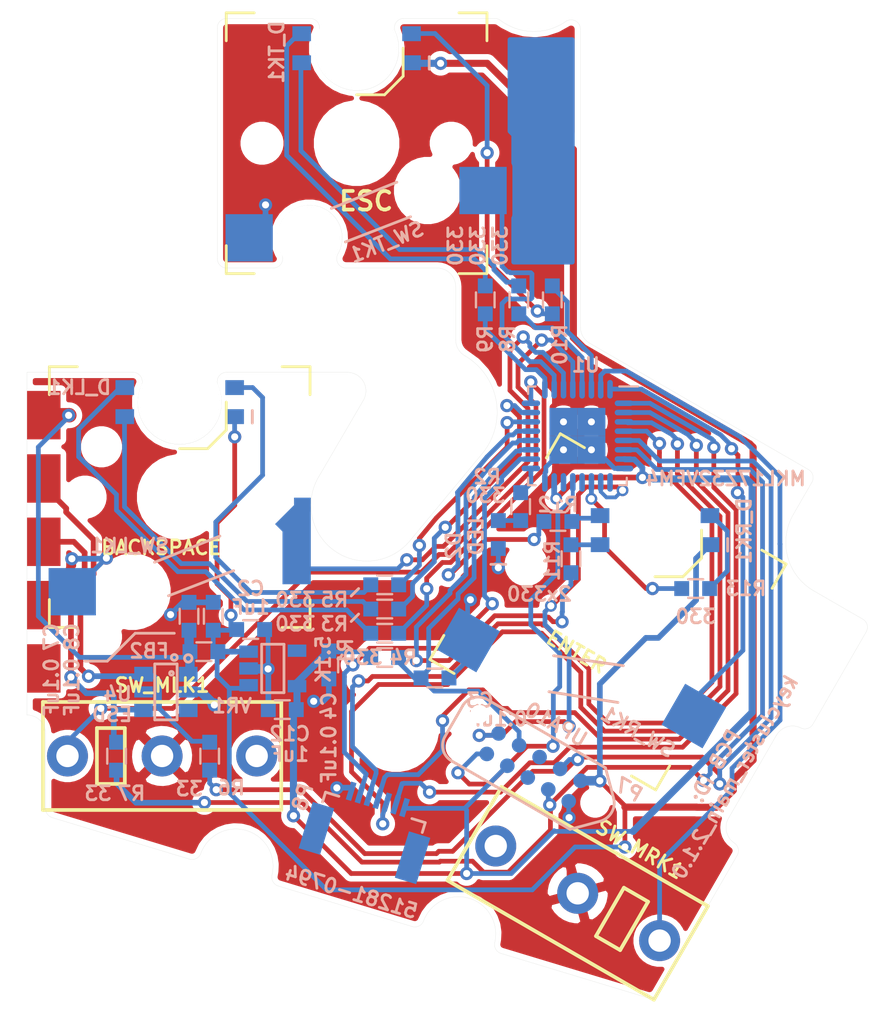
<source format=kicad_pcb>
(kicad_pcb (version 20171130) (host pcbnew 5.1.6-c6e7f7d~86~ubuntu18.04.1)
  (title_block (title "UHK Key Cluster Module - Main Board") (rev 2.1.0) (company "Ultimate Gadget Laboratories Kft."))
  (layers (0 F.Cu signal) (31 B.Cu signal) (34 B.Paste user) (35 F.Paste user) (36 B.SilkS user) (37 F.SilkS user) (38 B.Mask user) (39 F.Mask user) (44 Edge.Cuts user))
  (net 0 "")
  (net 1 GND)
  (net 2 /SCL_BOTTOM)
  (net 3 /SDA_BOTTOM)
  (net 4 /VCC_BOTTOM)
  (net 5 /KEY_MLEFT)
  (net 6 /KEY_MRIGHT)
  (net 7 /RESET)
  (net 8 /KEY_TOP)
  (net 9 /KEY_RIGHT)
  (net 10 /KEY_LEFT)
  (net 11 +3V3)
  (net 12 +5V)
  (net 13 /SCL)
  (net 14 /TEST_LED_R)
  (net 15 /TEST_LED)
  (net 16 /SWDIO)
  (net 17 /SWDCLK)
  (net 18 /TB_UP)
  (net 19 /TB_RIGHT)
  (net 20 /TB_LEFT)
  (net 21 /TB_BTN)
  (net 22 /TB_DOWN)
  (net 23 /TPM0_CH2)
  (net 24 /TPM0_CH1)
  (net 25 /TPM0_CH0)
  (net 26 /TPM2_CH0)
  (net 27 /TPM1_CH1)
  (net 28 /TPM1_CH0)
  (net 29 /TPM0_CH5)
  (net 30 /TPM0_CH4)
  (net 31 /TPM0_CH3)
  (net 32 /SDA)
  (net 33 "Net-(D_LK1-Pad2)")
  (net 34 "Net-(D_LK1-Pad1)")
  (net 35 "Net-(D_LK1-Pad3)")
  (net 36 "Net-(D_RK1-Pad2)")
  (net 37 "Net-(D_RK1-Pad1)")
  (net 38 "Net-(D_RK1-Pad3)")
  (net 39 "Net-(D_TK1-Pad2)")
  (net 40 "Net-(D_TK1-Pad1)")
  (net 41 "Net-(D_TK1-Pad3)")
  (net 42 "Net-(P2-Pad5)")
  (net 43 "Net-(P7-Pad6)")
  (net 44 "Net-(P7-Pad5)")
  (net 45 "Net-(U1-Pad9)")
  (net 46 "Net-(U1-Pad12)")
  (net 47 "Net-(U1-Pad14)")
  (net 48 "Net-(VR1-Pad4)")
  (module UGL:CMI126603D08 (layer F.Cu) (at 154.572235 127.973381 150)
    (fp_text reference SW_MRK1 (at -1.708627 3.715125 150) (layer F.SilkS) (effects (font (size 0.75 0.75))))
    (fp_text value CMI126603D08 hide)
    (pad "" thru_hole circle (at 5.08 0 150) (size 2.2 2.2) (drill 1.2) (layers *.Cu *.Mask))
    (pad 2 thru_hole circle (at 0 0 150) (size 2.2 2.2) (drill 1.2) (layers *.Cu *.Mask) (net 1 GND))
    (pad 1 thru_hole circle (at -5.08 0 150) (size 2.2 2.2) (drill 1.2) (layers *.Cu *.Mask) (net 6 /KEY_MRIGHT))
  )
  (module UGL:CMI126603D08 (layer F.Cu) (at 132.254409 120.600007)
    (fp_text reference SW_MLK1 (at 0 -3.8) (layer F.SilkS) (effects (font (size 0.75 0.75))))
    (fp_text value CMI126603D08 hide)
    (pad "" thru_hole circle (at 5.08 0) (size 2.2 2.2) (drill 1.2) (layers *.Cu *.Mask))
    (pad 2 thru_hole circle (at 0 0) (size 2.2 2.2) (drill 1.2) (layers *.Cu *.Mask) (net 1 GND))
    (pad 1 thru_hole circle (at -5.08 0) (size 2.2 2.2) (drill 1.2) (layers *.Cu *.Mask) (net 5 /KEY_MLEFT))
  )
  (module UGL:UHK_Logo_12x3.4_mm (layer B.Cu) (at 152.609512 88.110302 90)
    (fp_text reference G*** hide)
    (fp_text value LOGO hide)
  )
  (module UGL:S01_Hybrid_Socket_Backslash (layer B.Cu) (at 133.2 106.7 180)
    (fp_text reference SW_LK1 (at 2.690488 -2.610302 180) (layer B.SilkS) (effects (font (size 0.75 0.75)) (justify mirror)))
    (fp_text value S01_Socket hide)
    (pad 2 smd rect (at 5.77 -5.08) (size 2.54 2.54) (layers B.Cu B.Paste B.Mask) (net 1 GND) (clearance 0.2032))
    (pad 1 smd custom (at -6.12 -2.54 180) (size 1.2 1.2) (layers B.Cu B.Paste B.Mask) (net 10 /KEY_LEFT) (clearance 0.2032) (options (clearance outline) (anchor circle)) (primitives (gr_poly (pts (xy -0.92 2.51) (xy -0.92 -2.14) (xy 0.6 -2.14) (xy 0.6 0.69) (xy 1 1.09) (xy -0.02 2.11) (xy -0.02 2.51)) (width 0))))
    (pad "" np_thru_hole circle (at -3.81 -2.54 180) (size 3 3) (drill 3) (layers *.Cu *.Mask))
    (pad "" np_thru_hole circle (at 2.54 -5.08) (size 3.5 3.5) (drill 3.5) (layers *.Cu *.Mask))
    (pad "" np_thru_hole circle (at 5.08 0) (size 1.69926 1.69926) (drill 1.69926) (layers *.Cu *.Mask))
    (pad "" np_thru_hole circle (at -5.08 0) (size 1.69926 1.69926) (drill 1.69926) (layers *.Cu *.Mask))
    (pad "" np_thru_hole circle (at 0 0) (size 3.98018 3.98018) (drill 3.98018) (layers *.Cu *.Mask))
  )
  (module UGL:S01_Hybrid_Socket (layer B.Cu) (at 156.2 112.86 150)
    (fp_text reference SW_RK1 (at -4.619029 -4.781369 330) (layer B.SilkS) (effects (font (size 0.75 0.75)) (justify mirror)))
    (fp_text value S01_Socket hide)
    (pad 2 smd rect (at 5.77 -5.08 330) (size 2.54 2.54) (layers B.Cu B.Paste B.Mask) (net 1 GND) (clearance 0.2032))
    (pad 1 smd rect (at -6.79 -2.54 330) (size 2.54 2.54) (layers B.Cu B.Paste B.Mask) (net 9 /KEY_RIGHT) (clearance 0.2032))
    (pad "" np_thru_hole circle (at -3.81 -2.54 150) (size 3 3) (drill 3) (layers *.Cu *.Mask))
    (pad "" np_thru_hole circle (at 2.54 -5.08 330) (size 3.5 3.5) (drill 3.5) (layers *.Cu *.Mask))
    (pad "" np_thru_hole circle (at 5.08 0 330) (size 1.69926 1.69926) (drill 1.69926) (layers *.Cu *.Mask))
    (pad "" np_thru_hole circle (at -5.08 0 330) (size 1.69926 1.69926) (drill 1.69926) (layers *.Cu *.Mask))
    (pad "" np_thru_hole circle (at 0 0 330) (size 3.98018 3.98018) (drill 3.98018) (layers *.Cu *.Mask))
  )
  (module UGL:S01_Hybrid_Socket (layer B.Cu) (at 142.7 87.7 180)
    (fp_text reference SW_TK1 (at -1.609512 -5.310302 202) (layer B.SilkS) (effects (font (size 0.75 0.75)) (justify mirror)))
    (fp_text value S01_Socket hide)
    (pad 2 smd rect (at 5.77 -5.08) (size 2.54 2.54) (layers B.Cu B.Paste B.Mask) (net 1 GND) (clearance 0.2032))
    (pad 1 smd rect (at -6.79 -2.54) (size 2.54 2.54) (layers B.Cu B.Paste B.Mask) (net 8 /KEY_TOP) (clearance 0.2032))
    (pad "" np_thru_hole circle (at -3.81 -2.54 180) (size 3 3) (drill 3) (layers *.Cu *.Mask))
    (pad "" np_thru_hole circle (at 2.54 -5.08) (size 3.5 3.5) (drill 3.5) (layers *.Cu *.Mask))
    (pad "" np_thru_hole circle (at 5.08 0) (size 1.69926 1.69926) (drill 1.69926) (layers *.Cu *.Mask))
    (pad "" np_thru_hole circle (at -5.08 0) (size 1.69926 1.69926) (drill 1.69926) (layers *.Cu *.Mask))
    (pad "" np_thru_hole circle (at 0 0) (size 3.98018 3.98018) (drill 3.98018) (layers *.Cu *.Mask))
  )
  (module UGL:QFN-32_EP_5x5_Pitch0.5mm (layer B.Cu) (at 154.559512 103.410302 180)
    (fp_text reference U1 (at -0.45 3.8) (layer B.SilkS) (effects (font (size 0.746 0.746)) (justify mirror)))
    (fp_text value MKL17Z32VFM4 (at -7.95 -2.3) (layer B.SilkS) (effects (font (size 0.746 0.746) (thickness 0.15094)) (justify mirror)))
    (pad 1 smd oval (at -2.5 1.75 90) (size 0.3 1) (layers B.Cu B.Paste B.Mask) (net 20 /TB_LEFT))
    (pad 2 smd oval (at -2.5 1.25 90) (size 0.3 1) (layers B.Cu B.Paste B.Mask) (net 18 /TB_UP))
    (pad 3 smd oval (at -2.5 0.75 90) (size 0.3 1) (layers B.Cu B.Paste B.Mask) (net 22 /TB_DOWN))
    (pad 4 smd oval (at -2.5 0.25 90) (size 0.3 1) (layers B.Cu B.Paste B.Mask) (net 19 /TB_RIGHT))
    (pad 5 smd oval (at -2.5 -0.25 90) (size 0.3 1) (layers B.Cu B.Paste B.Mask) (net 32 /SDA))
    (pad 6 smd oval (at -2.5 -0.75 90) (size 0.3 1) (layers B.Cu B.Paste B.Mask) (net 13 /SCL))
    (pad 7 smd oval (at -2.5 -1.25 90) (size 0.3 1) (layers B.Cu B.Paste B.Mask) (net 11 +3V3))
    (pad 8 smd oval (at -2.5 -1.75 90) (size 0.3 1) (layers B.Cu B.Paste B.Mask) (net 1 GND))
    (pad 9 smd oval (at -1.75 -2.5 180) (size 0.3 1) (layers B.Cu B.Paste B.Mask) (net 45 "Net-(U1-Pad9)"))
    (pad 10 smd oval (at -1.25 -2.5 180) (size 0.3 1) (layers B.Cu B.Paste B.Mask) (net 17 /SWDCLK))
    (pad 11 smd oval (at -0.75 -2.5 180) (size 0.3 1) (layers B.Cu B.Paste B.Mask) (net 26 /TPM2_CH0))
    (pad 12 smd oval (at -0.25 -2.5 180) (size 0.3 1) (layers B.Cu B.Paste B.Mask) (net 46 "Net-(U1-Pad12)"))
    (pad 13 smd oval (at 0.25 -2.5 180) (size 0.3 1) (layers B.Cu B.Paste B.Mask) (net 16 /SWDIO))
    (pad 14 smd oval (at 0.75 -2.5 180) (size 0.3 1) (layers B.Cu B.Paste B.Mask) (net 47 "Net-(U1-Pad14)"))
    (pad 15 smd oval (at 1.25 -2.5 180) (size 0.3 1) (layers B.Cu B.Paste B.Mask) (net 11 +3V3))
    (pad 16 smd oval (at 1.75 -2.5 180) (size 0.3 1) (layers B.Cu B.Paste B.Mask) (net 1 GND))
    (pad 17 smd oval (at 2.5 -1.75 90) (size 0.3 1) (layers B.Cu B.Paste B.Mask) (net 15 /TEST_LED))
    (pad 18 smd oval (at 2.5 -1.25 90) (size 0.3 1) (layers B.Cu B.Paste B.Mask) (net 21 /TB_BTN))
    (pad 19 smd oval (at 2.5 -0.75 90) (size 0.3 1) (layers B.Cu B.Paste B.Mask) (net 7 /RESET))
    (pad 20 smd oval (at 2.5 -0.25 90) (size 0.3 1) (layers B.Cu B.Paste B.Mask) (net 28 /TPM1_CH0))
    (pad 21 smd oval (at 2.5 0.25 90) (size 0.3 1) (layers B.Cu B.Paste B.Mask) (net 27 /TPM1_CH1))
    (pad 22 smd oval (at 2.5 0.75 90) (size 0.3 1) (layers B.Cu B.Paste B.Mask) (net 25 /TPM0_CH0))
    (pad 23 smd oval (at 2.5 1.25 90) (size 0.3 1) (layers B.Cu B.Paste B.Mask) (net 24 /TPM0_CH1))
    (pad 24 smd oval (at 2.5 1.75 90) (size 0.3 1) (layers B.Cu B.Paste B.Mask) (net 23 /TPM0_CH2))
    (pad 25 smd oval (at 1.75 2.5 180) (size 0.3 1) (layers B.Cu B.Paste B.Mask) (net 31 /TPM0_CH3))
    (pad 26 smd oval (at 1.25 2.5 180) (size 0.3 1) (layers B.Cu B.Paste B.Mask) (net 8 /KEY_TOP))
    (pad 27 smd oval (at 0.75 2.5 180) (size 0.3 1) (layers B.Cu B.Paste B.Mask) (net 10 /KEY_LEFT))
    (pad 28 smd oval (at 0.25 2.5 180) (size 0.3 1) (layers B.Cu B.Paste B.Mask) (net 5 /KEY_MLEFT))
    (pad 29 smd oval (at -0.25 2.5 180) (size 0.3 1) (layers B.Cu B.Paste B.Mask) (net 30 /TPM0_CH4))
    (pad 30 smd oval (at -0.75 2.5 180) (size 0.3 1) (layers B.Cu B.Paste B.Mask) (net 29 /TPM0_CH5))
    (pad 31 smd oval (at -1.25 2.5 180) (size 0.3 1) (layers B.Cu B.Paste B.Mask) (net 6 /KEY_MRIGHT))
    (pad 32 smd oval (at -1.75 2.5 180) (size 0.3 1) (layers B.Cu B.Paste B.Mask) (net 9 /KEY_RIGHT))
    (pad 33 smd rect (at -0.75 0.75 180) (size 1.5 1.5) (layers B.Cu B.Paste B.Mask) (net 1 GND))
    (pad 33 smd rect (at -0.75 -0.75 180) (size 1.5 1.5) (layers B.Cu B.Paste B.Mask) (net 1 GND))
    (pad 33 smd rect (at 0.75 0.75 180) (size 1.5 1.5) (layers B.Cu B.Paste B.Mask) (net 1 GND))
    (pad 33 smd rect (at 0.75 -0.75 180) (size 1.5 1.5) (layers B.Cu B.Paste B.Mask) (net 1 GND))
    (pad 33 thru_hole circle (at -0.75 0.75 180) (size 0.75 0.75) (drill 0.375) (layers *.Cu *.Mask) (net 1 GND))
    (pad 33 thru_hole circle (at -0.75 -0.75 180) (size 0.75 0.75) (drill 0.375) (layers *.Cu *.Mask) (net 1 GND))
    (pad 33 thru_hole circle (at 0.75 0.75 180) (size 0.75 0.75) (drill 0.375) (layers *.Cu *.Mask) (net 1 GND))
    (pad 33 thru_hole circle (at 0.75 -0.75 180) (size 0.75 0.75) (drill 0.375) (layers *.Cu *.Mask) (net 1 GND))
  )
  (module UGL:SM0603 (layer B.Cu) (at 160.909512 111.610302 180)
    (fp_text reference R13 (at -2.7 0) (layer B.SilkS) (effects (font (size 0.75 0.75)) (justify mirror)))
    (fp_text value 330 (at 0 -1.5) (layer B.SilkS) (effects (font (size 0.75 0.75)) (justify mirror)))
    (pad 2 smd rect (at 0.75 0 180) (size 0.8 0.8) (layers B.Cu B.Paste B.Mask) (net 26 /TPM2_CH0))
    (pad 1 smd rect (at -0.75 0 180) (size 0.8 0.8) (layers B.Cu B.Paste B.Mask) (net 38 "Net-(D_RK1-Pad3)"))
  )
  (module UGL:SM0603 (layer B.Cu) (at 153.509512 108.010302 180)
    (fp_text reference R12 (at 0 0.9) (layer B.SilkS) (effects (font (size 0.75 0.75)) (justify mirror)))
    (fp_text value 330 hide)
    (pad 2 smd rect (at 0.75 0 180) (size 0.8 0.8) (layers B.Cu B.Paste B.Mask) (net 27 /TPM1_CH1))
    (pad 1 smd rect (at -0.75 0 180) (size 0.8 0.8) (layers B.Cu B.Paste B.Mask) (net 37 "Net-(D_RK1-Pad1)"))
  )
  (module UGL:SM0603 (layer B.Cu) (at 154.209512 110.010302 270)
    (fp_text reference R11 (at 0.1 1 270) (layer B.SilkS) (effects (font (size 0.75 0.75)) (justify mirror)))
    (fp_text value 330 hide)
    (pad 2 smd rect (at 0.75 0 270) (size 0.8 0.8) (layers B.Cu B.Paste B.Mask) (net 28 /TPM1_CH0))
    (pad 1 smd rect (at -0.75 0 270) (size 0.8 0.8) (layers B.Cu B.Paste B.Mask) (net 36 "Net-(D_RK1-Pad2)"))
  )
  (module UGL:SM0603 (layer B.Cu) (at 153.209512 96.110302 90)
    (fp_text reference R10 (at -2.4 0.4 90) (layer B.SilkS) (effects (font (size 0.75 0.75)) (justify mirror)))
    (fp_text value 330 (at 2.9 -2.8 90) (layer B.SilkS) (effects (font (size 0.75 0.75)) (justify mirror)))
    (pad 2 smd rect (at 0.75 0 90) (size 0.8 0.8) (layers B.Cu B.Paste B.Mask) (net 29 /TPM0_CH5))
    (pad 1 smd rect (at -0.75 0 90) (size 0.8 0.8) (layers B.Cu B.Paste B.Mask) (net 41 "Net-(D_TK1-Pad3)"))
  )
  (module UGL:SM0603 (layer B.Cu) (at 149.609512 96.110302 270)
    (fp_text reference R9 (at 2.1 0 270) (layer B.SilkS) (effects (font (size 0.75 0.75)) (justify mirror)))
    (fp_text value 330 (at -2.9 1.6 270) (layer B.SilkS) (effects (font (size 0.75 0.75)) (justify mirror)))
    (pad 1 smd rect (at -0.75 0 270) (size 0.8 0.8) (layers B.Cu B.Paste B.Mask) (net 40 "Net-(D_TK1-Pad1)"))
    (pad 2 smd rect (at 0.75 0 270) (size 0.8 0.8) (layers B.Cu B.Paste B.Mask) (net 31 /TPM0_CH3))
  )
  (module UGL:SM0603 (layer B.Cu) (at 151.409512 96.110302 270)
    (fp_text reference R8 (at 2.1 0.6 90) (layer B.SilkS) (effects (font (size 0.75 0.75)) (justify mirror)))
    (fp_text value 330 (at -2.9 2.2 90) (layer B.SilkS) (effects (font (size 0.75 0.75)) (justify mirror)))
    (pad 1 smd rect (at -0.75 0 270) (size 0.8 0.8) (layers B.Cu B.Paste B.Mask) (net 39 "Net-(D_TK1-Pad2)"))
    (pad 2 smd rect (at 0.75 0 270) (size 0.8 0.8) (layers B.Cu B.Paste B.Mask) (net 30 /TPM0_CH4))
  )
  (module UGL:SM0603 (layer B.Cu) (at 144.209512 111.410302)
    (fp_text reference R5 (at -2.7 0.8) (layer B.SilkS) (effects (font (size 0.75 0.75)) (justify mirror)))
    (fp_text value 330 (at -4.8 0.8) (layer B.SilkS) (effects (font (size 0.75 0.75)) (justify mirror)))
    (pad 1 smd rect (at -0.75 0) (size 0.8 0.8) (layers B.Cu B.Paste B.Mask) (net 35 "Net-(D_LK1-Pad3)"))
    (pad 2 smd rect (at 0.75 0) (size 0.8 0.8) (layers B.Cu B.Paste B.Mask) (net 25 /TPM0_CH0))
  )
  (module UGL:SM0603 (layer B.Cu) (at 144.209512 114.010302)
    (fp_text reference R4 (at 1 1.3) (layer B.SilkS) (effects (font (size 0.75 0.75)) (justify mirror)))
    (fp_text value 330 (at -1.2 1.3) (layer B.SilkS) (effects (font (size 0.75 0.75)) (justify mirror)))
    (pad 2 smd rect (at 0.75 0) (size 0.8 0.8) (layers B.Cu B.Paste B.Mask) (net 23 /TPM0_CH2))
    (pad 1 smd rect (at -0.75 0) (size 0.8 0.8) (layers B.Cu B.Paste B.Mask) (net 34 "Net-(D_LK1-Pad1)"))
  )
  (module UGL:SM0603 (layer B.Cu) (at 144.209512 112.710302)
    (fp_text reference R3 (at -2.7 0.8) (layer B.SilkS) (effects (font (size 0.75 0.75)) (justify mirror)))
    (fp_text value 330 (at -4.8 0.8) (layer B.SilkS) (effects (font (size 0.75 0.75)) (justify mirror)))
    (pad 2 smd rect (at 0.75 0) (size 0.8 0.8) (layers B.Cu B.Paste B.Mask) (net 24 /TPM0_CH1))
    (pad 1 smd rect (at -0.75 0) (size 0.8 0.8) (layers B.Cu B.Paste B.Mask) (net 33 "Net-(D_LK1-Pad2)"))
  )
  (module UGL:UHK_Connector_TrackBall_Pcb (layer F.Cu) (at 123.8 100)
    (fp_text reference P2)
    (fp_text value CONN_5 hide)
    (pad 1 smd rect (at 2.1 2.3) (size 1.8 2.6) (layers F.Cu F.Mask) (net 4 /VCC_BOTTOM))
    (pad 2 smd rect (at 2.1 5.7) (size 1.8 2.6) (layers F.Cu F.Mask) (net 3 /SDA_BOTTOM))
    (pad 3 smd rect (at 2.1 9.1) (size 1.8 2.6) (layers F.Cu F.Mask) (net 2 /SCL_BOTTOM))
    (pad 4 smd rect (at 2.1 12.5) (size 1.8 2.6) (layers F.Cu F.Mask) (net 1 GND))
    (pad 5 smd rect (at 2.1 15.9) (size 1.8 2.6) (layers F.Cu F.Mask) (net 42 "Net-(P2-Pad5)"))
    (pad "" np_thru_hole circle (at 5.2 4) (size 1.6 1.6) (drill 1.6) (layers *.Cu *.Mask))
    (pad "" np_thru_hole circle (at 5.2 14.2) (size 1.6 1.6) (drill 1.6) (layers *.Cu *.Mask))
  )
  (module UGL:RGB_LED (layer B.Cu) (at 142.7 82.6)
    (fp_text reference D_TK1 (at -4.290488 0.210302 270) (layer B.SilkS) (effects (font (size 0.75 0.75)) (justify mirror)))
    (fp_text value RGB_LED hide)
    (pad 2 smd rect (at -2.95 0.78 270) (size 0.8 1) (layers B.Cu B.Paste B.Mask) (net 39 "Net-(D_TK1-Pad2)"))
    (pad 1 smd rect (at -2.95 -0.78 270) (size 0.8 1) (layers B.Cu B.Paste B.Mask) (net 40 "Net-(D_TK1-Pad1)"))
    (pad 4 smd rect (at 2.95 0.78 270) (size 0.8 1) (layers B.Cu B.Paste B.Mask) (net 12 +5V))
    (pad 3 smd rect (at 2.95 -0.78 270) (size 0.8 1) (layers B.Cu B.Paste B.Mask) (net 41 "Net-(D_TK1-Pad3)"))
    (pad "" np_thru_hole circle (at 0 0) (size 4.5 4.5) (drill 4.5) (layers *.Cu *.Mask))
  )
  (module UGL:RGB_LED (layer B.Cu) (at 158.725 108.475)
    (fp_text reference D_RK1 (at 4.784512 0.035302 90) (layer B.SilkS) (effects (font (size 0.75 0.75)) (justify mirror)))
    (fp_text value RGB_LED hide)
    (pad 2 smd rect (at -2.95 0.78 270) (size 0.8 1) (layers B.Cu B.Paste B.Mask) (net 36 "Net-(D_RK1-Pad2)"))
    (pad 1 smd rect (at -2.95 -0.78 270) (size 0.8 1) (layers B.Cu B.Paste B.Mask) (net 37 "Net-(D_RK1-Pad1)"))
    (pad 4 smd rect (at 2.95 0.78 270) (size 0.8 1) (layers B.Cu B.Paste B.Mask) (net 12 +5V))
    (pad 3 smd rect (at 2.95 -0.78 270) (size 0.8 1) (layers B.Cu B.Paste B.Mask) (net 38 "Net-(D_RK1-Pad3)"))
    (pad "" np_thru_hole circle (at 0 0) (size 4.5 4.5) (drill 4.5) (layers *.Cu *.Mask))
  )
  (module UGL:RGB_LED (layer B.Cu) (at 133.2 101.6)
    (fp_text reference D_LK1 (at -5.390488 -0.789698 180) (layer B.SilkS) (effects (font (size 0.75 0.75)) (justify mirror)))
    (fp_text value RGB_LED hide)
    (pad 2 smd rect (at -2.95 0.78 270) (size 0.8 1) (layers B.Cu B.Paste B.Mask) (net 33 "Net-(D_LK1-Pad2)"))
    (pad 1 smd rect (at -2.95 -0.78 270) (size 0.8 1) (layers B.Cu B.Paste B.Mask) (net 34 "Net-(D_LK1-Pad1)"))
    (pad 4 smd rect (at 2.95 0.78 270) (size 0.8 1) (layers B.Cu B.Paste B.Mask) (net 12 +5V))
    (pad 3 smd rect (at 2.95 -0.78 270) (size 0.8 1) (layers B.Cu B.Paste B.Mask) (net 35 "Net-(D_LK1-Pad3)"))
    (pad "" np_thru_hole circle (at 0 0) (size 4.5 4.5) (drill 4.5) (layers *.Cu *.Mask))
  )
  (module UGL:hole_4.0mm (layer F.Cu) (at 144.819992 119.149002)
    (fp_text reference "hole 2.2mm" hide)
    (fp_text value VAL** hide)
    (pad "" np_thru_hole circle (at 0 0) (size 4 4) (drill 4) (layers *.Cu *.Mask))
  )
  (module UGL:SM0603_Diode (layer B.Cu) (at 150.309512 108.710302 90)
    (fp_text reference D2 (at -0.6 -2.4 90) (layer B.SilkS) (effects (font (size 0.75 0.75)) (justify mirror)))
    (fp_text value LED (at -0.1 -1.2 270) (layer B.SilkS) (effects (font (size 0.75 0.75)) (justify mirror)))
    (pad 1 smd rect (at -0.75 0 90) (size 0.8 0.8) (layers B.Cu B.Paste B.Mask) (net 1 GND))
    (pad 2 smd rect (at 0.75 0 90) (size 0.8 0.8) (layers B.Cu B.Paste B.Mask) (net 14 /TEST_LED_R))
  )
  (module UGL:Tag_Connect_2x5_Header_With_No_Legs_Parallel_Numbering (layer B.Cu) (at 152.209512 121.210302 150)
    (fp_text reference P7 (at -5.01673 1.51077 150) (layer B.SilkS) (effects (font (size 0.75 0.75)) (justify mirror)))
    (fp_text value CONN_10 hide)
    (pad "" np_thru_hole circle (at 3.95 -1.016 150) (size 0.98552 0.98552) (drill 0.98552) (layers *.Cu *.Mask))
    (pad "" np_thru_hole circle (at 3.95 1.016 150) (size 0.98552 0.98552) (drill 0.98552) (layers *.Cu *.Mask))
    (pad "" np_thru_hole circle (at -3.81 0 150) (size 0.98806 0.98806) (drill 0.98806) (layers *.Cu *.Mask))
    (pad 6 connect circle (at 0 0.635 150) (size 0.78486 0.78486) (layers B.Cu B.Mask) (net 43 "Net-(P7-Pad6)"))
    (pad 5 connect circle (at 0 -0.635 150) (size 0.78486 0.78486) (layers B.Cu B.Mask) (net 44 "Net-(P7-Pad5)"))
    (pad 4 connect circle (at -1.27 0.635 150) (size 0.78486 0.78486) (layers B.Cu B.Mask) (net 32 /SDA))
    (pad 3 connect circle (at -1.27 -0.635 150) (size 0.78486 0.78486) (layers B.Cu B.Mask) (net 13 /SCL))
    (pad 2 connect circle (at -2.54 0.635 150) (size 0.78486 0.78486) (layers B.Cu B.Mask) (net 12 +5V))
    (pad 1 connect circle (at -2.54 -0.635 150) (size 0.78486 0.78486) (layers B.Cu B.Mask) (net 1 GND))
    (pad 7 connect circle (at 1.27 -0.635 150) (size 0.78486 0.78486) (layers B.Cu B.Mask) (net 11 +3V3))
    (pad 9 connect circle (at 2.54 -0.635 150) (size 0.78486 0.78486) (layers B.Cu B.Mask) (net 16 /SWDIO))
    (pad 8 connect circle (at 1.27 0.635 150) (size 0.78486 0.78486) (layers B.Cu B.Mask) (net 7 /RESET))
    (pad 10 connect circle (at 2.54 0.635 150) (size 0.78486 0.78486) (layers B.Cu B.Mask) (net 17 /SWDCLK))
  )
  (module UGL:FFC_Connector_51281-0794 (layer B.Cu) (at 142.670992 126.757002 163)
    (fp_text reference P8 (at 3.89035 2.937632 253) (layer B.SilkS) (effects (font (size 0.75 0.75)) (justify mirror)))
    (fp_text value CONN_7 hide)
    (pad 2 smd rect (at -1 4 163) (size 0.3 1) (layers B.Cu B.Paste B.Mask) (net 20 /TB_LEFT) (clearance 0.1778))
    (pad 5 smd rect (at 0.5 4 163) (size 0.3 1) (layers B.Cu B.Paste B.Mask) (net 19 /TB_RIGHT) (clearance 0.1778))
    (pad "" smd rect (at 2.7 1.55 163) (size 1.2 2.6) (layers B.Cu B.Paste B.Mask))
    (pad 3 smd rect (at -0.5 4 163) (size 0.3 1) (layers B.Cu B.Paste B.Mask) (net 22 /TB_DOWN) (clearance 0.1778))
    (pad 4 smd rect (at 0 4 163) (size 0.3 1) (layers B.Cu B.Paste B.Mask) (net 18 /TB_UP) (clearance 0.1778))
    (pad "" smd rect (at -2.7 1.55 163) (size 1.2 2.6) (layers B.Cu B.Paste B.Mask))
    (pad 1 smd rect (at -1.5 4 163) (size 0.3 1) (layers B.Cu B.Paste B.Mask) (net 11 +3V3) (clearance 0.1778))
    (pad 6 smd rect (at 1 4 163) (size 0.3 1) (layers B.Cu B.Paste B.Mask) (net 21 /TB_BTN) (clearance 0.1778))
    (pad 7 smd rect (at 1.5 4 163) (size 0.3 1) (layers B.Cu B.Paste B.Mask) (net 1 GND) (clearance 0.1778))
  )
  (module UGL:SM0603 (layer B.Cu) (at 144.209512 115.310302)
    (fp_text reference R1 (at -2.1 -0.3 270) (layer B.SilkS) (effects (font (size 0.75 0.75)) (justify mirror)))
    (fp_text value 5.1K (at -3.3 0.1 270) (layer B.SilkS) (effects (font (size 0.75 0.75)) (justify mirror)))
    (pad 1 smd rect (at -0.75 0) (size 0.8 0.8) (layers B.Cu B.Paste B.Mask) (net 11 +3V3))
    (pad 2 smd rect (at 0.75 0) (size 0.8 0.8) (layers B.Cu B.Paste B.Mask) (net 7 /RESET))
  )
  (module UGL:SM0603 (layer B.Cu) (at 137.009512 113.810302 180)
    (fp_text reference C2 (at 0 2.2 180) (layer B.SilkS) (effects (font (size 0.75 0.75)) (justify mirror)))
    (fp_text value 1uF (at 0 1.2) (layer B.SilkS) (effects (font (size 0.75 0.75)) (justify mirror)))
    (pad 2 smd rect (at 0.75 0 180) (size 0.8 0.8) (layers B.Cu B.Paste B.Mask) (net 12 +5V))
    (pad 1 smd rect (at -0.75 0 180) (size 0.8 0.8) (layers B.Cu B.Paste B.Mask) (net 1 GND))
  )
  (module UGL:SM0603 (layer B.Cu) (at 138.709512 118.110302)
    (fp_text reference C12 (at 0.4 1.3) (layer B.SilkS) (effects (font (size 0.75 0.75)) (justify mirror)))
    (fp_text value 1uF (at 0.4 2.4 180) (layer B.SilkS) (effects (font (size 0.75 0.75)) (justify mirror)))
    (pad 2 smd rect (at 0.75 0) (size 0.8 0.8) (layers B.Cu B.Paste B.Mask) (net 11 +3V3))
    (pad 1 smd rect (at -0.75 0) (size 0.8 0.8) (layers B.Cu B.Paste B.Mask) (net 1 GND))
  )
  (module UGL:SM0603 (layer B.Cu) (at 129.809512 120.610302 90)
    (fp_text reference R7 (at -2 0.8) (layer B.SilkS) (effects (font (size 0.75 0.75)) (justify mirror)))
    (fp_text value 33 (at -2 -1) (layer B.SilkS) (effects (font (size 0.75 0.75)) (justify mirror)))
    (pad 2 smd rect (at 0.75 0 90) (size 0.8 0.8) (layers B.Cu B.Paste B.Mask) (net 2 /SCL_BOTTOM))
    (pad 1 smd rect (at -0.75 0 90) (size 0.8 0.8) (layers B.Cu B.Paste B.Mask) (net 13 /SCL))
  )
  (module UGL:SM0603 (layer B.Cu) (at 134.809512 120.610302 90)
    (fp_text reference R6 (at -1.7 1.15) (layer B.SilkS) (effects (font (size 0.75 0.75)) (justify mirror)))
    (fp_text value 33 (at -1.75 -1.1) (layer B.SilkS) (effects (font (size 0.75 0.75)) (justify mirror)))
    (pad 2 smd rect (at 0.75 0 90) (size 0.8 0.8) (layers B.Cu B.Paste B.Mask) (net 3 /SDA_BOTTOM))
    (pad 1 smd rect (at -0.75 0 90) (size 0.8 0.8) (layers B.Cu B.Paste B.Mask) (net 32 /SDA))
  )
  (module UGL:SM0603 (layer B.Cu) (at 151.509512 107.210302 90)
    (fp_text reference R2 (at 1.6 -1.8 180) (layer B.SilkS) (effects (font (size 0.75 0.75)) (justify mirror)))
    (fp_text value 330 (at 0.6 -1.9) (layer B.SilkS) (effects (font (size 0.75 0.75)) (justify mirror)))
    (pad 2 smd rect (at 0.75 0 90) (size 0.8 0.8) (layers B.Cu B.Paste B.Mask) (net 15 /TEST_LED))
    (pad 1 smd rect (at -0.75 0 90) (size 0.8 0.8) (layers B.Cu B.Paste B.Mask) (net 14 /TEST_LED_R))
  )
  (module UGL:SM0603 (layer B.Cu) (at 133.7 113.1 270)
    (fp_text reference C7 (at 1.110302 7.390488 270) (layer B.SilkS) (effects (font (size 0.75 0.75)) (justify mirror)))
    (fp_text value 0.1uF (at 3.810302 7.390488 270) (layer B.SilkS) (effects (font (size 0.75 0.75)) (justify mirror)))
    (pad 2 smd rect (at 0.75 0 270) (size 0.8 0.8) (layers B.Cu B.Paste B.Mask) (net 4 /VCC_BOTTOM))
    (pad 1 smd rect (at -0.75 0 270) (size 0.8 0.8) (layers B.Cu B.Paste B.Mask) (net 1 GND))
  )
  (module UGL:SM0603 (layer B.Cu) (at 146.909512 116.410302 180)
    (fp_text reference C3 (at -2.4 -1.2 180) (layer B.SilkS) (effects (font (size 0.75 0.75)) (justify mirror)))
    (fp_text value 0.1uF (at -3.4 -2.2 180) (layer B.SilkS) (effects (font (size 0.75 0.75)) (justify mirror)))
    (pad 2 smd rect (at 0.75 0 180) (size 0.8 0.8) (layers B.Cu B.Paste B.Mask) (net 7 /RESET))
    (pad 1 smd rect (at -0.75 0 180) (size 0.8 0.8) (layers B.Cu B.Paste B.Mask) (net 1 GND))
  )
  (module UGL:SC-74-TVS (layer B.Cu) (at 132.459512 117.160302 270)
    (fp_text reference U4 (at 0.110302 2.590488) (layer B.SilkS) (effects (font (size 0.75 0.75)) (justify mirror)))
    (fp_text value ESD (at 1.210302 2.890488 180) (layer B.SilkS) (effects (font (size 0.75 0.75)) (justify mirror)))
    (pad 3 smd rect (at 0.95 -1.2 270) (size 0.8 1) (layers B.Cu B.Paste B.Mask))
    (pad 2 smd rect (at 0 -1.2 270) (size 0.6 1) (layers B.Cu B.Paste B.Mask) (net 1 GND))
    (pad 1 smd rect (at -0.95 -1.2 270) (size 0.8 1) (layers B.Cu B.Paste B.Mask) (net 4 /VCC_BOTTOM))
    (pad 4 smd rect (at 0.95 1.2 270) (size 0.8 1) (layers B.Cu B.Paste B.Mask) (net 2 /SCL_BOTTOM))
    (pad 5 smd rect (at -0.95 1.2 270) (size 0.8 1) (layers B.Cu B.Paste B.Mask) (net 3 /SDA_BOTTOM))
    (pad "" smd rect (at 0 1.2 270) (size 0.6 1) (layers B.Cu B.Paste B.Mask))
  )
  (module UGL:SM0603 (layer B.Cu) (at 134.5 115)
    (fp_text reference FB2 (at -2.940488 -0.039698 180) (layer B.SilkS) (effects (font (size 0.75 0.75)) (justify mirror)))
    (fp_text value FERRITE_BEAD hide)
    (pad 2 smd rect (at 0.75 0) (size 0.8 0.8) (layers B.Cu B.Paste B.Mask) (net 12 +5V))
    (pad 1 smd rect (at -0.75 0) (size 0.8 0.8) (layers B.Cu B.Paste B.Mask) (net 4 /VCC_BOTTOM))
  )
  (module UGL:SOT-23-5 (layer B.Cu) (at 138.2 115.9 270)
    (fp_text reference VR1 (at 2.010302 2.190488) (layer B.SilkS) (effects (font (size 0.75 0.75)) (justify mirror)))
    (fp_text value MIC5504-3.3YM5 hide)
    (pad 1 smd rect (at 0.9 1.3 270) (size 0.66 1) (layers B.Cu B.Paste B.Mask) (net 12 +5V))
    (pad 3 smd rect (at -0.9 1.3 270) (size 0.66 1) (layers B.Cu B.Paste B.Mask) (net 12 +5V))
    (pad 4 smd rect (at -0.9525 -1.3 270) (size 0.66 1) (layers B.Cu B.Paste B.Mask) (net 48 "Net-(VR1-Pad4)"))
    (pad 5 smd rect (at 0.9525 -1.3 270) (size 0.66 1) (layers B.Cu B.Paste B.Mask) (net 11 +3V3))
    (pad 2 smd rect (at 0 1.3 270) (size 0.66 1) (layers B.Cu B.Paste B.Mask) (net 1 GND))
  )
  (module UGL:SM0603 (layer B.Cu) (at 135 113.1 270)
    (fp_text reference C8 (at 1.110302 7.590488 90) (layer B.SilkS) (effects (font (size 0.75 0.75)) (justify mirror)))
    (fp_text value 0.1uF (at 3.810302 7.590488 270) (layer B.SilkS) (effects (font (size 0.75 0.75)) (justify mirror)))
    (pad 2 smd rect (at 0.75 0 270) (size 0.8 0.8) (layers B.Cu B.Paste B.Mask) (net 12 +5V))
    (pad 1 smd rect (at -0.75 0 270) (size 0.8 0.8) (layers B.Cu B.Paste B.Mask) (net 1 GND))
  )
  (module UGL:SM0603 (layer B.Cu) (at 141.209512 115.710302 90)
    (fp_text reference C4 (at -2.2 0 270) (layer B.SilkS) (effects (font (size 0.75 0.75)) (justify mirror)))
    (fp_text value 0.1uF (at -4.8 0 270) (layer B.SilkS) (effects (font (size 0.75 0.75)) (justify mirror)))
    (pad 1 smd rect (at -0.75 0 90) (size 0.8 0.8) (layers B.Cu B.Paste B.Mask) (net 1 GND))
    (pad 2 smd rect (at 0.75 0 90) (size 0.8 0.8) (layers B.Cu B.Paste B.Mask) (net 11 +3V3))
  )
  (gr_text ENTER (at 154.509512 115.010302 330) (layer F.SilkS) (effects (font (size 0.75 0.75))))
  (gr_text BACKSPACE (at 132.209512 109.410302) (layer F.SilkS) (effects (font (size 0.75 0.75))))
  (gr_text ESC (at 143.209512 90.810302) (layer F.SilkS) (effects (font (size 1 1) (thickness 0.2))))
  (gr_line (start 142.409512 113.37881) (end 142.809512 112.97881) (layer B.SilkS) (width 0.15))
  (gr_line (start 142.409512 112.010302) (end 142.809512 111.610302) (layer B.SilkS) (width 0.15))
  (gr_line (start 129.309512 115.510302) (end 128.109512 115.510302) (layer B.SilkS) (width 0.15))
  (gr_line (start 130.809512 114.010302) (end 129.309512 115.510302) (layer B.SilkS) (width 0.15))
  (gr_line (start 132.909512 114.010302) (end 130.809512 114.010302) (layer B.SilkS) (width 0.15))
  (gr_text 2x330 (at 152.509512 111.910302) (layer B.SilkS) (effects (font (size 0.75 0.75)) (justify mirror)))
  (gr_circle (center 132.909512 115.310302) (end 132.859512 115.160302) (layer B.SilkS) (width 0.15))
  (gr_text UPA10 (at 153.409512 118.910302 330) (layer B.SilkS) (effects (font (size 0.75 0.75)) (justify mirror)))
  (gr_text 51281-0794 (at 142.409512 127.910302 343) (layer B.SilkS) (effects (font (size 0.75 0.75)) (justify mirror)))
  (gr_text "PCB ID:\nkeycluster_main_2.1.0" (at 162.493312 121.437542 60) (layer B.SilkS) (effects (font (size 0.75 0.75)) (justify mirror)))
  (gr_arc (start 162.705041 125.686938) (end 163.138053 125.93694) (angle -86.18053202) (layer Edge.Cuts) (width 0.01))
  (gr_arc (start 166.771894 118.642968) (end 166.551314 119.091666) (angle -86.18644742) (layer Edge.Cuts) (width 0.01))
  (gr_arc (start 163.539981 124.440785) (end 162.673949 123.940792) (angle -86.17140166) (layer Edge.Cuts) (width 0.01))
  (gr_arc (start 166.110154 119.989098) (end 166.551314 119.091666) (angle -86.1829029) (layer Edge.Cuts) (width 0.01))
  (gr_line (start 162.673949 123.940792) (end 165.244136 119.489098) (angle 90) (layer Edge.Cuts) (width 0.01))
  (gr_line (start 170.066093 113.937224) (end 167.204903 118.89295) (angle 90) (layer Edge.Cuts) (width 0.01))
  (gr_line (start 155.22 98.440621) (end 166.966404 105.222411) (angle 90) (layer Edge.Cuts) (width 0.01))
  (gr_line (start 154.72 81.57244) (end 154.72 97.574596) (angle 90) (layer Edge.Cuts) (width 0.01))
  (gr_line (start 145.231593 81) (end 150.120229 81) (angle 90) (layer Edge.Cuts) (width 0.01))
  (gr_line (start 135.72 81) (end 140.208407 81) (angle 90) (layer Edge.Cuts) (width 0.01))
  (gr_line (start 135.22 93.9) (end 135.22 81.5) (angle 90) (layer Edge.Cuts) (width 0.01))
  (gr_line (start 138.228565 94.4) (end 135.72 94.4) (angle 90) (layer Edge.Cuts) (width 0.01))
  (gr_line (start 147.020229 94.4) (end 142.131436 94.4) (angle 90) (layer Edge.Cuts) (width 0.01))
  (gr_line (start 148.020229 98.250569) (end 148.020229 95.4) (angle 90) (layer Edge.Cuts) (width 0.01))
  (gr_line (start 135.711593 100) (end 142.200372 100) (angle 90) (layer Edge.Cuts) (width 0.01))
  (gr_line (start 125 100) (end 130.688407 100) (angle 90) (layer Edge.Cuts) (width 0.01))
  (gr_line (start 125 118.4) (end 125 100) (angle 90) (layer Edge.Cuts) (width 0.01))
  (gr_line (start 133.720204 126.138185) (end 126.355213 123.910002) (angle 90) (layer Edge.Cuts) (width 0.01))
  (gr_line (start 145.685762 129.758211) (end 138.49826 127.583725) (angle 90) (layer Edge.Cuts) (width 0.01))
  (gr_line (start 158.285258 133.570026) (end 150.461556 131.203066) (angle 90) (layer Edge.Cuts) (width 0.01))
  (gr_line (start 163.138053 125.93694) (end 158.863058 133.341448) (angle 90) (layer Edge.Cuts) (width 0.01))
  (gr_arc (start 169.633084 113.687218) (end 170.066093 113.937224) (angle -90.00833556) (layer Edge.Cuts) (width 0.01))
  (gr_arc (start 166.716405 105.655419) (end 167.149417 105.905423) (angle -90.00615578) (layer Edge.Cuts) (width 0.01))
  (gr_arc (start 154.220008 81.572429) (end 154.72 81.57244) (angle -124.8492179) (layer Edge.Cuts) (width 0.01))
  (gr_arc (start 150.120226 81.5) (end 150.420229 81.1) (angle -36.88943714) (layer Edge.Cuts) (width 0.01))
  (gr_arc (start 145.231584 81.499988) (end 145.231593 81) (angle -114.0364211) (layer Edge.Cuts) (width 0.01))
  (gr_arc (start 140.208412 81.500004) (end 140.66506 81.703636) (angle -114.0297912) (layer Edge.Cuts) (width 0.01))
  (gr_arc (start 135.71999 81.499985) (end 135.72 81) (angle -90.00617496) (layer Edge.Cuts) (width 0.01))
  (gr_arc (start 135.719997 93.899995) (end 135.22 93.9) (angle -89.99268377) (layer Edge.Cuts) (width 0.01))
  (gr_arc (start 138.228567 93.899997) (end 138.228565 94.4) (angle -119.8557539) (layer Edge.Cuts) (width 0.01))
  (gr_arc (start 142.131434 93.899997) (end 141.697783 93.651111) (angle -119.8509674) (layer Edge.Cuts) (width 0.01))
  (gr_arc (start 135.711595 100.500004) (end 135.711593 100) (angle -114.0343245) (layer Edge.Cuts) (width 0.01))
  (gr_arc (start 130.688407 100.499988) (end 131.14506 100.703636) (angle -114.043534) (layer Edge.Cuts) (width 0.01))
  (gr_arc (start 126.5 123.431426) (end 126 123.431424) (angle -73.17189905) (layer Edge.Cuts) (width 0.01))
  (gr_arc (start 133.864994 125.659616) (end 133.720204 126.138185) (angle -86.7482172) (layer Edge.Cuts) (width 0.01))
  (gr_arc (start 138.643054 127.105137) (end 138.157022 126.987765) (angle -86.73108948) (layer Edge.Cuts) (width 0.01))
  (gr_arc (start 145.830545 129.279621) (end 145.685762 129.758211) (angle -86.29272115) (layer Edge.Cuts) (width 0.01))
  (gr_arc (start 150.606346 130.724481) (end 150.119417 130.610898) (angle -86.28758978) (layer Edge.Cuts) (width 0.01))
  (gr_arc (start 158.430049 133.091449) (end 158.285258 133.570026) (angle -76.83980559) (layer Edge.Cuts) (width 0.01))
  (gr_line (start 169.88308 113.254211) (end 167.24879 111.733303) (angle 90) (layer Edge.Cuts) (width 0.01))
  (gr_arc (start 168.748802 109.135234) (end 166.150714 107.635227) (angle -90.00122449) (layer Edge.Cuts) (width 0.01))
  (gr_line (start 166.150714 107.635227) (end 167.149417 105.905423) (angle 90) (layer Edge.Cuts) (width 0.01))
  (gr_arc (start 152.220233 78.700001) (end 150.420229 81.1) (angle -71.71683681) (layer Edge.Cuts) (width 0.01))
  (gr_arc (start 146.748789 102.135221) (end 149.442034 104.370498) (angle -99.37641272) (layer Edge.Cuts) (width 0.01))
  (gr_line (start 149.442034 104.370498) (end 145.557285 109.051173) (angle 90) (layer Edge.Cuts) (width 0.01))
  (gr_arc (start 143.248811 107.135208) (end 140.658416 105.621965) (angle -170.6009218) (layer Edge.Cuts) (width 0.01))
  (gr_line (start 140.658416 105.621965) (end 143.063831 101.50442) (angle 90) (layer Edge.Cuts) (width 0.01))
  (gr_line (start 126 119.4) (end 126 123.431424) (angle 90) (layer Edge.Cuts) (width 0.01))
  (gr_arc (start 155.719995 97.574594) (end 154.72 97.574596) (angle -59.99427003) (layer Edge.Cuts) (width 0.01))
  (gr_arc (start 147.020238 95.400002) (end 148.020229 95.4) (angle -89.99594714) (layer Edge.Cuts) (width 0.01))
  (gr_arc (start 125.000005 119.400002) (end 126 119.4) (angle -89.99723698) (layer Edge.Cuts) (width 0.01))
  (gr_arc (start 142.720005 82.620004) (end 140.66506 81.703636) (angle -228.0675015) (layer Edge.Cuts) (width 0.01))
  (gr_arc (start 133.200009 101.620004) (end 131.14506 100.703636) (angle -228.0675735) (layer Edge.Cuts) (width 0.01))
  (gr_arc (start 140.180012 92.779992) (end 141.697783 93.651111) (angle -239.706196) (layer Edge.Cuts) (width 0.01))
  (gr_arc (start 149.020228 98.250565) (end 148.020229 98.250569) (angle -59.678186) (layer Edge.Cuts) (width 0.01))
  (gr_arc (start 142.200384 100.999991) (end 143.063831 101.50442) (angle -120.2964309) (layer Edge.Cuts) (width 0.01))
  (gr_arc (start 136.212922 126.518216) (end 138.157022 126.987765) (angle -173.4917391) (layer Edge.Cuts) (width 0.01))
  (gr_arc (start 148.171724 130.156492) (end 150.119417 130.610898) (angle -172.6002193) (layer Edge.Cuts) (width 0.01))
  (segment (start 136.9256 115.9256) (end 137.9474 115.9256) (width 0.508) (layer B.Cu) (net 1))
  (segment (start 136.9 115.9) (end 136.9256 115.9256) (width 0.508) (layer B.Cu) (net 1))
  (via (at 137.9474 115.9256) (size 0.7112) (drill 0.381) (layers F.Cu B.Cu) (net 1))
  (segment (start 137.959512 115.937712) (end 137.9474 115.9256) (width 0.3048) (layer B.Cu) (net 1))
  (segment (start 137.959512 118.110302) (end 137.959512 115.937712) (width 0.3048) (layer B.Cu) (net 1))
  (segment (start 137.9474 114.04819) (end 137.709512 113.810302) (width 0.254) (layer B.Cu) (net 1))
  (segment (start 137.9474 115.9256) (end 137.9474 114.04819) (width 0.254) (layer B.Cu) (net 1))
  (via (at 141.639912 122.311302) (size 0.7112) (drill 0.381) (layers F.Cu B.Cu) (net 1))
  (segment (start 142.464496 122.301964) (end 141.64925 122.301964) (width 0.3048) (layer B.Cu) (net 1))
  (segment (start 141.64925 122.301964) (end 141.639912 122.311302) (width 0.3048) (layer B.Cu) (net 1))
  (via (at 135.059512 117.860302) (size 0.7112) (drill 0.381) (layers F.Cu B.Cu) (net 1))
  (segment (start 133.659512 117.160302) (end 134.359512 117.160302) (width 0.508) (layer B.Cu) (net 1))
  (segment (start 134.359512 117.160302) (end 135.059512 117.860302) (width 0.508) (layer B.Cu) (net 1))
  (segment (start 149.442456 114.824409) (end 149.442456 114.813558) (width 0.254) (layer B.Cu) (net 1))
  (via (at 140.395312 117.663102) (size 0.7112) (drill 0.381) (layers F.Cu B.Cu) (net 1))
  (segment (start 140.395312 117.663102) (end 140.903312 117.663102) (width 0.3048) (layer B.Cu) (net 1))
  (segment (start 140.903312 117.663102) (end 141.209512 117.356902) (width 0.3048) (layer B.Cu) (net 1))
  (segment (start 141.209512 117.356902) (end 141.209512 116.460302) (width 0.3048) (layer B.Cu) (net 1))
  (segment (start 157.057712 105.167902) (end 157.389512 105.167902) (width 0.3048) (layer B.Cu) (net 1))
  (segment (start 149.442456 114.824409) (end 149.609405 114.824409) (width 0.3048) (layer B.Cu) (net 1))
  (segment (start 155.55271 104.160302) (end 155.309512 104.160302) (width 0.254) (layer B.Cu) (net 1))
  (segment (start 156.55271 105.160302) (end 155.55271 104.160302) (width 0.254) (layer B.Cu) (net 1))
  (segment (start 157.059512 105.160302) (end 156.55271 105.160302) (width 0.254) (layer B.Cu) (net 1))
  (segment (start 153.809512 104.153302) (end 153.809512 104.160302) (width 0.254) (layer B.Cu) (net 1))
  (segment (start 153.806512 104.150302) (end 153.809512 104.153302) (width 0.254) (layer B.Cu) (net 1))
  (segment (start 150.309512 109.460302) (end 150.309512 110.492102) (width 0.254) (layer B.Cu) (net 1))
  (via (at 150.309512 110.492102) (size 0.7112) (drill 0.381) (layers F.Cu B.Cu) (net 1))
  (segment (start 152.864322 105.092492) (end 153.806512 104.150302) (width 0.254) (layer B.Cu) (net 1))
  (segment (start 152.864322 105.34869) (end 152.864322 105.092492) (width 0.254) (layer B.Cu) (net 1))
  (segment (start 152.815912 105.979102) (end 152.815912 105.3971) (width 0.254) (layer B.Cu) (net 1))
  (segment (start 153.425512 101.661102) (end 153.222312 101.864302) (width 0.3048) (layer F.Cu) (net 1))
  (segment (start 153.809512 102.660302) (end 153.242112 102.092902) (width 0.3048) (layer F.Cu) (net 1))
  (segment (start 153.222312 101.864302) (end 153.222312 102.092902) (width 0.3048) (layer F.Cu) (net 1))
  (segment (start 153.242112 102.092902) (end 153.222312 102.092902) (width 0.3048) (layer F.Cu) (net 1))
  (segment (start 153.222322 103.247492) (end 153.222322 103.261302) (width 0.3048) (layer F.Cu) (net 1))
  (segment (start 153.809512 102.660302) (end 153.222322 103.247492) (width 0.3048) (layer F.Cu) (net 1))
  (segment (start 153.222312 104.747502) (end 153.222312 104.785302) (width 0.3048) (layer F.Cu) (net 1))
  (segment (start 153.809512 104.160302) (end 153.222312 104.747502) (width 0.3048) (layer F.Cu) (net 1))
  (segment (start 153.222312 103.573102) (end 153.222312 103.566102) (width 0.3048) (layer F.Cu) (net 1))
  (segment (start 153.809512 104.160302) (end 153.222312 103.573102) (width 0.3048) (layer F.Cu) (net 1))
  (segment (start 153.222312 102.092902) (end 153.222312 103.566102) (width 0.3048) (layer F.Cu) (net 1))
  (segment (start 153.222312 103.566102) (end 153.222312 104.785302) (width 0.3048) (layer F.Cu) (net 1))
  (via (at 137.809512 91.010302) (size 0.7112) (drill 0.381) (layers F.Cu B.Cu) (net 1))
  (segment (start 137.83 92.78) (end 137.809512 92.759512) (width 0.3048) (layer B.Cu) (net 1))
  (segment (start 137.809512 91.513196) (end 137.809512 91.010302) (width 0.3048) (layer B.Cu) (net 1))
  (segment (start 137.809512 92.759512) (end 137.809512 91.513196) (width 0.3048) (layer B.Cu) (net 1))
  (segment (start 149.187797 115.079068) (end 149.187797 115.709538) (width 0.3048) (layer B.Cu) (net 1))
  (segment (start 149.442456 114.824409) (end 149.187797 115.079068) (width 0.3048) (layer B.Cu) (net 1))
  (segment (start 148.663033 112.356781) (end 148.809512 112.210302) (width 0.254) (layer B.Cu) (net 1))
  (segment (start 148.663033 114.374409) (end 148.663033 112.356781) (width 0.254) (layer B.Cu) (net 1))
  (via (at 148.809512 112.210302) (size 0.7112) (drill 0.381) (layers F.Cu B.Cu) (net 1))
  (segment (start 156.498912 105.064702) (end 156.676712 104.886902) (width 0.3048) (layer F.Cu) (net 1))
  (segment (start 153.222312 104.785302) (end 153.501712 105.064702) (width 0.3048) (layer F.Cu) (net 1))
  (segment (start 153.501712 105.064702) (end 156.498912 105.064702) (width 0.3048) (layer F.Cu) (net 1))
  (segment (start 133.369818 112.35) (end 132.709516 113.010302) (width 0.3048) (layer B.Cu) (net 1))
  (segment (start 135 112.35) (end 133.369818 112.35) (width 0.3048) (layer B.Cu) (net 1))
  (via (at 132.709516 113.010302) (size 0.7112) (drill 0.381) (layers F.Cu B.Cu) (net 1))
  (segment (start 125.9 112.1) (end 127.409512 110.590488) (width 0.3048) (layer F.Cu) (net 1))
  (segment (start 125.9 112.5) (end 125.9 112.1) (width 0.3048) (layer F.Cu) (net 1))
  (via (at 127.409512 110.010302) (size 0.7112) (drill 0.381) (layers F.Cu B.Cu) (net 1))
  (segment (start 127.409512 110.590488) (end 127.409512 110.010302) (width 0.3048) (layer F.Cu) (net 1))
  (segment (start 128.33 111.78) (end 128.33 110.906965) (width 0.254) (layer B.Cu) (net 1))
  (via (at 129.263726 109.973239) (size 0.7112) (drill 0.381) (layers F.Cu B.Cu) (net 1))
  (segment (start 127.409512 110.010302) (end 129.209512 110.010302) (width 0.3048) (layer B.Cu) (net 1))
  (segment (start 128.908127 110.328838) (end 129.263726 109.973239) (width 0.254) (layer B.Cu) (net 1))
  (segment (start 128.33 110.906965) (end 128.908127 110.328838) (width 0.254) (layer B.Cu) (net 1))
  (segment (start 147.659512 116.410302) (end 147.709512 116.410302) (width 0.254) (layer B.Cu) (net 1))
  (segment (start 147.709512 116.410302) (end 148.509512 115.610302) (width 0.254) (layer B.Cu) (net 1))
  (via (at 154.109512 123.910302) (size 0.7112) (drill 0.381) (layers F.Cu B.Cu) (net 1))
  (segment (start 154.091717 123.030228) (end 154.091717 123.892507) (width 0.254) (layer B.Cu) (net 1))
  (segment (start 154.091717 123.892507) (end 154.109512 123.910302) (width 0.254) (layer B.Cu) (net 1))
  (segment (start 154.109512 123.910302) (end 154.109512 127.210302) (width 0.254) (layer F.Cu) (net 1))
  (segment (start 154.109512 127.210302) (end 154.209512 127.310302) (width 0.254) (layer F.Cu) (net 1))
  (segment (start 129.8 119.80079) (end 129.809512 119.810302) (width 0.3048) (layer B.Cu) (net 2))
  (segment (start 131.259512 118.110302) (end 130.454712 118.110302) (width 0.3048) (layer B.Cu) (net 2))
  (segment (start 130.454712 118.110302) (end 129.659512 118.110302) (width 0.3048) (layer B.Cu) (net 2))
  (segment (start 127.359516 116.410306) (end 127.359516 116.360302) (width 0.3048) (layer B.Cu) (net 2))
  (segment (start 128.180512 117.231302) (end 127.359516 116.410306) (width 0.3048) (layer B.Cu) (net 2))
  (segment (start 129.473312 117.231302) (end 128.180512 117.231302) (width 0.3048) (layer B.Cu) (net 2))
  (segment (start 129.659512 117.417502) (end 129.473312 117.231302) (width 0.3048) (layer B.Cu) (net 2))
  (via (at 127.359516 116.360302) (size 0.7112) (drill 0.381) (layers F.Cu B.Cu) (net 2))
  (segment (start 129.659512 119.810302) (end 129.659512 117.417502) (width 0.3048) (layer B.Cu) (net 2))
  (segment (start 128.095314 109.681116) (end 128.095314 110.639488) (width 0.3048) (layer F.Cu) (net 2))
  (segment (start 127.359516 111.375286) (end 127.359516 115.857408) (width 0.3048) (layer F.Cu) (net 2))
  (segment (start 125.9 109.1) (end 127.514198 109.1) (width 0.3048) (layer F.Cu) (net 2))
  (segment (start 128.095314 110.639488) (end 127.359516 111.375286) (width 0.3048) (layer F.Cu) (net 2))
  (segment (start 127.514198 109.1) (end 128.095314 109.681116) (width 0.3048) (layer F.Cu) (net 2))
  (segment (start 127.359516 115.857408) (end 127.359516 116.360302) (width 0.3048) (layer F.Cu) (net 2))
  (segment (start 132.089713 116.596141) (end 131.803874 116.310302) (width 0.3048) (layer B.Cu) (net 3))
  (segment (start 132.089713 118.034865) (end 132.089713 116.596141) (width 0.3048) (layer B.Cu) (net 3))
  (segment (start 131.803874 116.310302) (end 131.559512 116.310302) (width 0.3048) (layer B.Cu) (net 3))
  (segment (start 131.109512 116.210302) (end 131.002914 116.3169) (width 0.3048) (layer B.Cu) (net 3))
  (segment (start 131.002914 116.3169) (end 128.304912 116.3169) (width 0.3048) (layer B.Cu) (net 3))
  (via (at 128.304912 116.3169) (size 0.7112) (drill 0.381) (layers F.Cu B.Cu) (net 3))
  (segment (start 128.577925 108.983563) (end 128.577925 110.839392) (width 0.3048) (layer F.Cu) (net 3))
  (segment (start 125.9 106.1) (end 127.1048 107.3048) (width 0.3048) (layer F.Cu) (net 3))
  (segment (start 127.1048 107.3048) (end 127.1048 107.510438) (width 0.3048) (layer F.Cu) (net 3))
  (segment (start 128.577925 110.839392) (end 127.869799 111.547518) (width 0.3048) (layer F.Cu) (net 3))
  (segment (start 125.9 105.7) (end 125.9 106.1) (width 0.3048) (layer F.Cu) (net 3))
  (segment (start 127.869799 115.881787) (end 127.949313 115.961301) (width 0.3048) (layer F.Cu) (net 3))
  (segment (start 127.869799 111.547518) (end 127.869799 115.881787) (width 0.3048) (layer F.Cu) (net 3))
  (segment (start 127.949313 115.961301) (end 128.304912 116.3169) (width 0.3048) (layer F.Cu) (net 3))
  (segment (start 127.1048 107.510438) (end 128.577925 108.983563) (width 0.3048) (layer F.Cu) (net 3))
  (segment (start 132.089713 118.034865) (end 133.86515 119.810302) (width 0.254) (layer B.Cu) (net 3))
  (segment (start 133.86515 119.810302) (end 134.709512 119.810302) (width 0.254) (layer B.Cu) (net 3))
  (segment (start 133.7 114.95) (end 133.75 115) (width 0.508) (layer B.Cu) (net 4))
  (segment (start 125.9 102.3) (end 127.2682 102.3) (width 0.762) (layer F.Cu) (net 4))
  (segment (start 127.2682 102.3) (end 127.2794 102.3112) (width 0.762) (layer F.Cu) (net 4))
  (segment (start 133.7 113.85) (end 133.7 114.95) (width 0.508) (layer B.Cu) (net 4))
  (segment (start 133.75 115.908) (end 133.709512 115.948488) (width 0.508) (layer B.Cu) (net 4))
  (segment (start 133.75 115) (end 133.75 115.908) (width 0.508) (layer B.Cu) (net 4))
  (segment (start 133.709512 115.948488) (end 133.709512 115.960302) (width 0.508) (layer B.Cu) (net 4))
  (via (at 127.234789 102.310349) (size 0.7112) (drill 0.381) (layers F.Cu B.Cu) (net 4))
  (segment (start 127.820439 115.304801) (end 125.609512 113.093874) (width 0.254) (layer B.Cu) (net 4))
  (segment (start 133.75 115) (end 133.445199 115.304801) (width 0.254) (layer B.Cu) (net 4))
  (segment (start 133.445199 115.304801) (end 127.820439 115.304801) (width 0.254) (layer B.Cu) (net 4))
  (segment (start 125.609512 113.093874) (end 125.609512 104.010302) (width 0.254) (layer B.Cu) (net 4))
  (segment (start 125.609512 104.010302) (end 127.209512 102.410302) (width 0.254) (layer B.Cu) (net 4))
  (via (at 128.965312 118.044102) (size 0.7112) (drill 0.381) (layers F.Cu B.Cu) (net 5))
  (segment (start 127.174409 120.600007) (end 127.174409 119.835005) (width 0.254) (layer B.Cu) (net 5))
  (segment (start 127.174409 119.835005) (end 128.965312 118.044102) (width 0.254) (layer B.Cu) (net 5))
  (segment (start 147.565968 109.780174) (end 152.333301 105.012841) (width 0.254) (layer F.Cu) (net 5))
  (segment (start 151.368113 100.794908) (end 151.368113 99.540711) (width 0.254) (layer F.Cu) (net 5))
  (segment (start 154.309512 99.439218) (end 153.141006 98.270712) (width 0.254) (layer B.Cu) (net 5))
  (segment (start 132.826112 118.044102) (end 140.141313 110.728901) (width 0.254) (layer F.Cu) (net 5))
  (segment (start 152.333301 101.760096) (end 151.368113 100.794908) (width 0.254) (layer F.Cu) (net 5))
  (segment (start 152.333301 105.012841) (end 152.333301 101.760096) (width 0.254) (layer F.Cu) (net 5))
  (segment (start 140.141313 110.728901) (end 146.180815 110.728901) (width 0.254) (layer F.Cu) (net 5))
  (segment (start 152.282513 98.626311) (end 152.638112 98.270712) (width 0.254) (layer F.Cu) (net 5))
  (segment (start 151.368113 99.540711) (end 152.282513 98.626311) (width 0.254) (layer F.Cu) (net 5))
  (segment (start 154.309512 100.910302) (end 154.309512 99.439218) (width 0.254) (layer B.Cu) (net 5))
  (segment (start 153.141006 98.270712) (end 152.638112 98.270712) (width 0.254) (layer B.Cu) (net 5))
  (segment (start 128.965312 118.044102) (end 132.826112 118.044102) (width 0.254) (layer F.Cu) (net 5))
  (segment (start 146.180815 110.728901) (end 147.129542 109.780174) (width 0.254) (layer F.Cu) (net 5))
  (via (at 152.638112 98.270712) (size 0.7112) (drill 0.381) (layers F.Cu B.Cu) (net 5))
  (segment (start 147.129542 109.780174) (end 147.565968 109.780174) (width 0.254) (layer F.Cu) (net 5))
  (segment (start 155.787712 100.899102) (end 155.809512 100.877302) (width 0.254) (layer B.Cu) (net 6))
  (segment (start 155.809512 100.156302) (end 155.809512 100.910302) (width 0.254) (layer B.Cu) (net 6))
  (segment (start 156.031912 99.933902) (end 155.809512 100.156302) (width 0.254) (layer B.Cu) (net 6))
  (segment (start 165.43544 109.217567) (end 165.43544 105.602411) (width 0.254) (layer B.Cu) (net 6))
  (segment (start 165.439712 118.680102) (end 165.439712 109.222108) (width 0.254) (layer B.Cu) (net 6))
  (segment (start 162.86158 121.258234) (end 165.439712 118.680102) (width 0.254) (layer B.Cu) (net 6))
  (segment (start 162.86158 122.41452) (end 162.86158 121.258234) (width 0.254) (layer B.Cu) (net 6))
  (segment (start 158.971644 130.513381) (end 158.971644 126.304456) (width 0.254) (layer B.Cu) (net 6))
  (segment (start 158.971644 126.304456) (end 162.86158 122.41452) (width 0.254) (layer B.Cu) (net 6))
  (segment (start 163.29143 103.458401) (end 157.186819 99.933902) (width 0.254) (layer B.Cu) (net 6))
  (segment (start 165.43544 105.602411) (end 163.29143 103.458401) (width 0.254) (layer B.Cu) (net 6))
  (segment (start 165.439712 109.222108) (end 165.43544 109.217567) (width 0.254) (layer B.Cu) (net 6))
  (segment (start 157.186819 99.933902) (end 156.031912 99.933902) (width 0.254) (layer B.Cu) (net 6))
  (segment (start 146.159512 116.410302) (end 146.864313 117.115103) (width 0.254) (layer B.Cu) (net 7))
  (segment (start 151.560912 120.010302) (end 151.509512 120.010302) (width 0.254) (layer B.Cu) (net 7))
  (segment (start 149.236786 117.115103) (end 146.914313 117.115103) (width 0.254) (layer B.Cu) (net 7))
  (segment (start 151.42716 120.025376) (end 151.42716 119.305477) (width 0.254) (layer B.Cu) (net 7))
  (segment (start 151.42716 119.305477) (end 149.236786 117.115103) (width 0.254) (layer B.Cu) (net 7))
  (segment (start 146.914313 117.115103) (end 146.909512 117.110302) (width 0.254) (layer B.Cu) (net 7))
  (segment (start 151.52485 104.160302) (end 151.458627 104.226525) (width 0.254) (layer B.Cu) (net 7))
  (segment (start 146.569913 115.949901) (end 146.209512 116.310302) (width 0.254) (layer B.Cu) (net 7))
  (segment (start 148.14911 111.893308) (end 148.14911 112.170704) (width 0.254) (layer B.Cu) (net 7))
  (segment (start 152.059512 104.160302) (end 151.52485 104.160302) (width 0.254) (layer B.Cu) (net 7))
  (segment (start 151.28125 104.226525) (end 150.13569 105.372085) (width 0.254) (layer B.Cu) (net 7))
  (segment (start 146.569913 113.749901) (end 146.569913 115.949901) (width 0.254) (layer B.Cu) (net 7))
  (segment (start 150.13569 105.372085) (end 149.009512 106.728999) (width 0.254) (layer B.Cu) (net 7))
  (segment (start 148.14911 112.170704) (end 146.569913 113.749901) (width 0.254) (layer B.Cu) (net 7))
  (segment (start 149.009512 111.032906) (end 148.14911 111.893308) (width 0.254) (layer B.Cu) (net 7))
  (segment (start 149.009512 106.728999) (end 149.009512 111.032906) (width 0.254) (layer B.Cu) (net 7))
  (segment (start 151.458627 104.226525) (end 151.28125 104.226525) (width 0.254) (layer B.Cu) (net 7))
  (segment (start 146.159512 116.410302) (end 145.809512 116.410302) (width 0.254) (layer B.Cu) (net 7))
  (segment (start 145.809512 116.410302) (end 145.009512 115.610302) (width 0.254) (layer B.Cu) (net 7))
  (segment (start 148.84 90.24) (end 149.709512 91.109512) (width 0.254) (layer B.Cu) (net 8))
  (segment (start 150.509512 91.210302) (end 150.409512 91.210302) (width 0.254) (layer B.Cu) (net 8))
  (segment (start 152.114313 96.004143) (end 152.114313 94.716461) (width 0.254) (layer B.Cu) (net 8))
  (segment (start 152.053353 94.655501) (end 150.954711 94.655501) (width 0.254) (layer B.Cu) (net 8))
  (segment (start 150.909512 94.610302) (end 150.809512 94.610302) (width 0.254) (layer B.Cu) (net 8))
  (segment (start 150.76053 96.059962) (end 150.765671 96.065103) (width 0.254) (layer B.Cu) (net 8))
  (segment (start 150.954711 94.655501) (end 150.909512 94.610302) (width 0.254) (layer B.Cu) (net 8))
  (segment (start 153.309512 100.910302) (end 153.309512 100.156302) (width 0.254) (layer B.Cu) (net 8))
  (segment (start 152.053353 96.065103) (end 152.114313 96.004143) (width 0.254) (layer B.Cu) (net 8))
  (segment (start 153.309512 100.156302) (end 152.579102 99.425892) (width 0.254) (layer B.Cu) (net 8))
  (segment (start 152.579102 99.425892) (end 152.003102 99.425892) (width 0.254) (layer B.Cu) (net 8))
  (segment (start 152.003102 99.425892) (end 150.509512 97.932302) (width 0.254) (layer B.Cu) (net 8))
  (segment (start 150.509512 97.932302) (end 150.509512 96.310981) (width 0.254) (layer B.Cu) (net 8))
  (segment (start 150.509512 94.310302) (end 150.509512 91.310302) (width 0.254) (layer B.Cu) (net 8))
  (segment (start 150.509512 96.310981) (end 150.76053 96.059962) (width 0.254) (layer B.Cu) (net 8))
  (segment (start 150.765671 96.065103) (end 152.053353 96.065103) (width 0.254) (layer B.Cu) (net 8))
  (segment (start 152.114313 94.716461) (end 152.053353 94.655501) (width 0.254) (layer B.Cu) (net 8))
  (segment (start 150.809512 94.610302) (end 150.509512 94.310302) (width 0.254) (layer B.Cu) (net 8))
  (via (at 163.153712 106.461702) (size 0.7112) (drill 0.381) (layers F.Cu B.Cu) (net 9))
  (via (at 162.832208 104.102493) (size 0.7112) (drill 0.381) (layers F.Cu B.Cu) (net 9))
  (segment (start 163.445801 106.702991) (end 163.179112 106.436302) (width 0.254) (layer B.Cu) (net 9))
  (segment (start 160.247396 118.129705) (end 163.445801 114.9313) (width 0.254) (layer B.Cu) (net 9))
  (segment (start 163.445801 114.9313) (end 163.445801 106.702991) (width 0.254) (layer B.Cu) (net 9))
  (segment (start 163.179112 106.436302) (end 163.179112 104.449397) (width 0.254) (layer F.Cu) (net 9))
  (segment (start 163.179112 104.449397) (end 162.832208 104.102493) (width 0.254) (layer F.Cu) (net 9))
  (segment (start 157.994973 100.899102) (end 162.247762 103.354452) (width 0.254) (layer B.Cu) (net 9))
  (segment (start 156.309512 100.899102) (end 157.994973 100.899102) (width 0.254) (layer B.Cu) (net 9))
  (segment (start 162.247762 103.354452) (end 162.832208 103.938898) (width 0.254) (layer B.Cu) (net 9))
  (segment (start 162.832208 103.938898) (end 162.832208 104.102493) (width 0.254) (layer B.Cu) (net 9))
  (via (at 145.395314 110.068491) (size 0.7112) (drill 0.381) (layers F.Cu B.Cu) (net 10))
  (segment (start 144.912703 110.551102) (end 145.395314 110.068491) (width 0.254) (layer B.Cu) (net 10))
  (segment (start 140.050312 110.551102) (end 144.912703 110.551102) (width 0.254) (layer B.Cu) (net 10))
  (segment (start 153.809512 100.038502) (end 152.702123 98.931113) (width 0.254) (layer B.Cu) (net 10))
  (segment (start 151.647512 98.105102) (end 150.936302 98.816312) (width 0.254) (layer F.Cu) (net 10))
  (segment (start 147.363851 109.348363) (end 146.950681 109.348363) (width 0.254) (layer F.Cu) (net 10))
  (segment (start 145.898208 110.068491) (end 145.395314 110.068491) (width 0.254) (layer F.Cu) (net 10))
  (segment (start 150.936302 98.816312) (end 150.936302 100.973769) (width 0.254) (layer F.Cu) (net 10))
  (segment (start 150.936302 100.973769) (end 151.90149 101.938957) (width 0.254) (layer F.Cu) (net 10))
  (segment (start 146.950681 109.348363) (end 146.230553 110.068491) (width 0.254) (layer F.Cu) (net 10))
  (segment (start 151.90149 104.810724) (end 147.363851 109.348363) (width 0.254) (layer F.Cu) (net 10))
  (segment (start 152.003111 98.613105) (end 152.003111 98.460701) (width 0.254) (layer B.Cu) (net 10))
  (segment (start 146.230553 110.068491) (end 145.898208 110.068491) (width 0.254) (layer F.Cu) (net 10))
  (segment (start 153.809512 100.910302) (end 153.809512 100.038502) (width 0.254) (layer B.Cu) (net 10))
  (via (at 151.647512 98.105102) (size 0.7112) (drill 0.381) (layers F.Cu B.Cu) (net 10))
  (segment (start 152.702123 98.931113) (end 152.321119 98.931113) (width 0.254) (layer B.Cu) (net 10))
  (segment (start 151.90149 101.938957) (end 151.90149 104.810724) (width 0.254) (layer F.Cu) (net 10))
  (segment (start 152.321119 98.931113) (end 152.003111 98.613105) (width 0.254) (layer B.Cu) (net 10))
  (segment (start 152.003111 98.460701) (end 151.647512 98.105102) (width 0.254) (layer B.Cu) (net 10))
  (segment (start 139.5 118.069814) (end 139.459512 118.110302) (width 0.381) (layer B.Cu) (net 11))
  (segment (start 139.5 116.8525) (end 139.5 118.069814) (width 0.381) (layer B.Cu) (net 11))
  (via (at 139.309512 123.810302) (size 0.7112) (drill 0.381) (layers F.Cu B.Cu) (net 11))
  (via (at 158.048312 105.648902) (size 0.7112) (drill 0.381) (layers F.Cu B.Cu) (net 11))
  (segment (start 139.5 116.8525) (end 139.5 116.653414) (width 0.381) (layer B.Cu) (net 11))
  (segment (start 139.5 116.653414) (end 141.182712 114.970702) (width 0.381) (layer B.Cu) (net 11))
  (segment (start 141.182712 114.970702) (end 141.208112 114.970702) (width 0.381) (layer B.Cu) (net 11))
  (segment (start 157.110512 104.660302) (end 157.130302 104.680092) (width 0.3048) (layer B.Cu) (net 11))
  (segment (start 157.130302 104.680092) (end 157.608421 104.680092) (width 0.3048) (layer B.Cu) (net 11))
  (segment (start 157.059512 104.660302) (end 157.110512 104.660302) (width 0.3048) (layer B.Cu) (net 11))
  (segment (start 158.048312 105.119983) (end 158.048312 105.648902) (width 0.3048) (layer B.Cu) (net 11))
  (segment (start 157.608421 104.680092) (end 158.048312 105.119983) (width 0.3048) (layer B.Cu) (net 11))
  (via (at 153.419694 106.774557) (size 0.635) (drill 0.381) (layers F.Cu B.Cu) (net 11))
  (segment (start 153.368967 106.774557) (end 153.419694 106.774557) (width 0.3048) (layer B.Cu) (net 11))
  (segment (start 153.309512 106.715102) (end 153.368967 106.774557) (width 0.3048) (layer B.Cu) (net 11))
  (segment (start 153.309512 105.910302) (end 153.309512 106.715102) (width 0.3048) (layer B.Cu) (net 11))
  (segment (start 154.545349 105.648902) (end 153.419694 106.774557) (width 0.3048) (layer F.Cu) (net 11))
  (segment (start 158.048312 105.648902) (end 154.545349 105.648902) (width 0.3048) (layer F.Cu) (net 11))
  (segment (start 158.551206 105.648902) (end 158.048312 105.648902) (width 0.381) (layer B.Cu) (net 11))
  (segment (start 157.549894 124.648102) (end 163.941112 118.256884) (width 0.381) (layer B.Cu) (net 11))
  (segment (start 163.941112 118.256884) (end 163.941112 106.029902) (width 0.381) (layer B.Cu) (net 11))
  (segment (start 158.627406 105.725102) (end 158.551206 105.648902) (width 0.381) (layer B.Cu) (net 11))
  (segment (start 163.636312 105.725102) (end 158.627406 105.725102) (width 0.381) (layer B.Cu) (net 11))
  (segment (start 163.941112 106.029902) (end 163.636312 105.725102) (width 0.381) (layer B.Cu) (net 11))
  (segment (start 139.309512 118.410302) (end 139.509512 118.210302) (width 0.381) (layer B.Cu) (net 11))
  (segment (start 139.309512 123.810302) (end 139.309512 118.410302) (width 0.381) (layer B.Cu) (net 11))
  (segment (start 157.549894 124.648102) (end 153.347312 124.648102) (width 0.254) (layer B.Cu) (net 11))
  (segment (start 143.459512 115.310302) (end 143.159512 115.010302) (width 0.254) (layer B.Cu) (net 11))
  (segment (start 143.159512 115.010302) (end 141.309512 115.010302) (width 0.254) (layer B.Cu) (net 11))
  (segment (start 150.79216 121.125228) (end 148.507086 123.410302) (width 0.254) (layer B.Cu) (net 11))
  (segment (start 148.507086 123.410302) (end 145.309512 123.410302) (width 0.254) (layer B.Cu) (net 11))
  (segment (start 142.409512 126.910302) (end 148.609512 126.910302) (width 0.254) (layer F.Cu) (net 11))
  (segment (start 151.009512 126.910302) (end 148.609512 126.910302) (width 0.254) (layer B.Cu) (net 11))
  (segment (start 153.309512 124.610302) (end 151.009512 126.910302) (width 0.254) (layer B.Cu) (net 11))
  (segment (start 139.309512 123.810302) (end 142.409512 126.910302) (width 0.254) (layer F.Cu) (net 11))
  (via (at 148.609512 126.910302) (size 0.7112) (drill 0.381) (layers F.Cu B.Cu) (net 11))
  (segment (start 148.609512 126.910302) (end 148.609512 123.510302) (width 0.254) (layer B.Cu) (net 11))
  (segment (start 148.609512 123.510302) (end 148.509512 123.410302) (width 0.254) (layer B.Cu) (net 11))
  (segment (start 135.25 115) (end 136.001112 114.996102) (width 0.3048) (layer B.Cu) (net 12))
  (via (at 155.76231 121.930302) (size 0.7112) (drill 0.381) (layers F.Cu B.Cu) (net 12))
  (segment (start 155.762236 121.930376) (end 155.76231 121.930302) (width 0.508) (layer B.Cu) (net 12))
  (segment (start 154.726717 121.930376) (end 155.762236 121.930376) (width 0.508) (layer B.Cu) (net 12))
  (segment (start 145.739814 83.38) (end 145.709512 83.410302) (width 0.254) (layer B.Cu) (net 12))
  (segment (start 161.925 109.255) (end 161.705912 109.474088) (width 0.254) (layer B.Cu) (net 12))
  (via (at 157.108514 125.486302) (size 0.7112) (drill 0.381) (layers F.Cu B.Cu) (net 12))
  (segment (start 155.76231 121.930302) (end 155.76231 121.998312) (width 0.508) (layer F.Cu) (net 12))
  (segment (start 160.961126 123.344516) (end 160.969312 123.352702) (width 0.3048) (layer F.Cu) (net 12))
  (segment (start 161.675 109.255) (end 161.680512 109.260512) (width 0.3048) (layer B.Cu) (net 12))
  (segment (start 136.001112 114.996102) (end 136.9 115) (width 0.3048) (layer B.Cu) (net 12))
  (segment (start 135.950312 113.040302) (end 135.950312 113.040302) (width 0.254) (layer B.Cu) (net 12))
  (via (at 135.950312 113.040302) (size 0.7112) (drill 0.381) (layers F.Cu B.Cu) (net 12))
  (segment (start 135.950312 113.726102) (end 135.950312 113.040302) (width 0.254) (layer B.Cu) (net 12))
  (segment (start 136.259512 113.810302) (end 136.034512 113.810302) (width 0.254) (layer B.Cu) (net 12))
  (segment (start 136.034512 113.810302) (end 135.950312 113.726102) (width 0.254) (layer B.Cu) (net 12))
  (segment (start 135.950312 113.040302) (end 135.950312 112.100502) (width 0.254) (layer F.Cu) (net 12))
  (segment (start 135.205199 108.091241) (end 136.153512 107.142928) (width 0.254) (layer F.Cu) (net 12))
  (segment (start 135.950312 112.100502) (end 135.205199 111.355389) (width 0.254) (layer F.Cu) (net 12))
  (segment (start 135.205199 111.355389) (end 135.205199 108.091241) (width 0.254) (layer F.Cu) (net 12))
  (segment (start 136.153512 107.142928) (end 136.153512 103.464502) (width 0.254) (layer F.Cu) (net 12))
  (via (at 136.153512 103.464502) (size 0.7112) (drill 0.381) (layers F.Cu B.Cu) (net 12))
  (segment (start 136.15 103.46099) (end 136.153512 103.464502) (width 0.254) (layer B.Cu) (net 12))
  (segment (start 136.15 102.38) (end 136.15 103.46099) (width 0.254) (layer B.Cu) (net 12))
  (segment (start 160.929311 112.234865) (end 160.929311 110.000689) (width 0.3048) (layer B.Cu) (net 12))
  (segment (start 160.929311 110.000689) (end 161.675 109.255) (width 0.3048) (layer B.Cu) (net 12))
  (segment (start 155.76231 121.930302) (end 155.76231 116.731722) (width 0.3048) (layer B.Cu) (net 12))
  (segment (start 158.23453 114.259502) (end 158.904674 114.259502) (width 0.3048) (layer B.Cu) (net 12))
  (segment (start 155.76231 116.731722) (end 158.23453 114.259502) (width 0.3048) (layer B.Cu) (net 12))
  (segment (start 158.904674 114.259502) (end 160.929311 112.234865) (width 0.3048) (layer B.Cu) (net 12))
  (via (at 147.209512 83.410302) (size 0.7112) (drill 0.381) (layers F.Cu B.Cu) (net 12))
  (segment (start 147.209512 83.410302) (end 145.709512 83.410302) (width 0.381) (layer B.Cu) (net 12))
  (segment (start 154.889409 98.689302) (end 154.339912 98.139805) (width 0.381) (layer F.Cu) (net 12))
  (segment (start 154.904111 98.689302) (end 154.889409 98.689302) (width 0.381) (layer F.Cu) (net 12))
  (segment (start 163.814112 103.845502) (end 163.503687 103.654271) (width 0.381) (layer F.Cu) (net 12))
  (segment (start 154.339912 98.139805) (end 154.339912 88.040702) (width 0.381) (layer F.Cu) (net 12))
  (segment (start 162.017376 123.352702) (end 162.925079 122.444999) (width 0.381) (layer F.Cu) (net 12))
  (segment (start 163.503687 103.654271) (end 154.904111 98.689302) (width 0.381) (layer F.Cu) (net 12))
  (segment (start 163.991912 120.81359) (end 163.991912 104.023302) (width 0.381) (layer F.Cu) (net 12))
  (segment (start 149.709512 83.410302) (end 147.209512 83.410302) (width 0.381) (layer F.Cu) (net 12))
  (segment (start 163.991912 104.023302) (end 163.814112 103.845502) (width 0.381) (layer F.Cu) (net 12))
  (segment (start 154.339912 88.040702) (end 149.709512 83.410302) (width 0.381) (layer F.Cu) (net 12))
  (segment (start 162.925079 122.444999) (end 162.925079 121.880423) (width 0.381) (layer F.Cu) (net 12))
  (segment (start 162.925079 121.880423) (end 163.991912 120.81359) (width 0.381) (layer F.Cu) (net 12))
  (segment (start 157.108514 125.486302) (end 154.433512 125.486302) (width 0.254) (layer B.Cu) (net 12))
  (segment (start 152.132252 127.787562) (end 141.086772 127.787562) (width 0.254) (layer B.Cu) (net 12))
  (segment (start 154.433512 125.486302) (end 152.132252 127.787562) (width 0.254) (layer B.Cu) (net 12))
  (segment (start 135.864313 122.565103) (end 135.864313 116.965103) (width 0.254) (layer B.Cu) (net 12))
  (segment (start 141.086772 127.787562) (end 135.864313 122.565103) (width 0.254) (layer B.Cu) (net 12))
  (segment (start 135.864313 116.965103) (end 136.554711 116.965103) (width 0.254) (layer B.Cu) (net 12))
  (segment (start 136.554711 116.965103) (end 136.609512 116.910302) (width 0.254) (layer B.Cu) (net 12))
  (segment (start 135.864313 116.965103) (end 135.209512 116.310302) (width 0.254) (layer B.Cu) (net 12))
  (segment (start 135.209512 116.310302) (end 135.209512 115.110302) (width 0.254) (layer B.Cu) (net 12))
  (segment (start 135 113.85) (end 135 114.80079) (width 0.254) (layer B.Cu) (net 12))
  (segment (start 135 114.80079) (end 135.009512 114.810302) (width 0.254) (layer B.Cu) (net 12))
  (segment (start 135 113.85) (end 135.969814 113.85) (width 0.254) (layer B.Cu) (net 12))
  (segment (start 135.969814 113.85) (end 136.009512 113.810302) (width 0.254) (layer B.Cu) (net 12))
  (segment (start 155.76231 121.930302) (end 157.109512 123.277504) (width 0.254) (layer F.Cu) (net 12))
  (segment (start 157.109512 123.277504) (end 157.109512 123.310302) (width 0.254) (layer F.Cu) (net 12))
  (segment (start 157.108514 125.486302) (end 157.108514 123.3113) (width 0.254) (layer F.Cu) (net 12))
  (segment (start 157.108514 123.3113) (end 157.109512 123.310302) (width 0.254) (layer F.Cu) (net 12))
  (segment (start 160.969312 123.352702) (end 162.017376 123.352702) (width 0.381) (layer F.Cu) (net 12))
  (segment (start 157.108514 123.344516) (end 160.961126 123.344516) (width 0.381) (layer F.Cu) (net 12))
  (segment (start 134.52921 123.1) (end 134.527912 123.098702) (width 0.254) (layer B.Cu) (net 13))
  (via (at 134.527912 123.098702) (size 0.7112) (drill 0.381) (layers F.Cu B.Cu) (net 13))
  (segment (start 129.809512 122.065102) (end 130.854712 123.110302) (width 0.3048) (layer B.Cu) (net 13))
  (segment (start 129.809512 121.360302) (end 129.809512 122.065102) (width 0.3048) (layer B.Cu) (net 13))
  (segment (start 134.509512 123.110302) (end 134.509512 123.160302) (width 0.3048) (layer B.Cu) (net 13))
  (segment (start 130.854712 123.110302) (end 134.509512 123.110302) (width 0.3048) (layer B.Cu) (net 13))
  (via (at 161.331784 121.911795) (size 0.7112) (drill 0.381) (layers F.Cu B.Cu) (net 13))
  (segment (start 163.828787 105.217102) (end 164.499912 105.888227) (width 0.254) (layer B.Cu) (net 13))
  (segment (start 161.687383 121.556196) (end 161.331784 121.911795) (width 0.254) (layer B.Cu) (net 13))
  (segment (start 164.499912 118.398558) (end 161.687383 121.211087) (width 0.254) (layer B.Cu) (net 13))
  (segment (start 164.499912 105.888227) (end 164.499912 118.398558) (width 0.254) (layer B.Cu) (net 13))
  (segment (start 158.80924 105.217102) (end 163.828787 105.217102) (width 0.254) (layer B.Cu) (net 13))
  (segment (start 161.687383 121.211087) (end 161.687383 121.556196) (width 0.254) (layer B.Cu) (net 13))
  (segment (start 157.75244 104.160302) (end 158.80924 105.217102) (width 0.254) (layer B.Cu) (net 13))
  (segment (start 157.059512 104.160302) (end 157.75244 104.160302) (width 0.254) (layer B.Cu) (net 13))
  (via (at 153.073525 123.225692) (size 0.7112) (drill 0.381) (layers F.Cu B.Cu) (net 13))
  (segment (start 153.120712 123.415696) (end 153.120712 123.272879) (width 0.254) (layer B.Cu) (net 13))
  (segment (start 153.120712 123.272879) (end 153.073525 123.225692) (width 0.254) (layer B.Cu) (net 13))
  (segment (start 152.991864 122.395228) (end 152.991864 123.144031) (width 0.254) (layer B.Cu) (net 13))
  (segment (start 153.120712 123.178505) (end 153.073525 123.225692) (width 0.254) (layer F.Cu) (net 13))
  (segment (start 152.991864 123.144031) (end 153.073525 123.225692) (width 0.254) (layer B.Cu) (net 13))
  (segment (start 155.088915 121.210302) (end 160.609512 121.210302) (width 0.254) (layer F.Cu) (net 13))
  (segment (start 153.073525 123.225692) (end 155.088915 121.210302) (width 0.254) (layer F.Cu) (net 13))
  (segment (start 160.609512 121.210302) (end 161.309512 121.910302) (width 0.254) (layer F.Cu) (net 13))
  (segment (start 153.109512 124.575801) (end 153.109512 123.210302) (width 0.254) (layer F.Cu) (net 13))
  (segment (start 142.98504 126.299102) (end 147.143316 126.299102) (width 0.254) (layer F.Cu) (net 13))
  (segment (start 147.192518 126.2499) (end 148.926506 126.2499) (width 0.254) (layer F.Cu) (net 13))
  (segment (start 139.78464 123.098702) (end 142.98504 126.299102) (width 0.254) (layer F.Cu) (net 13))
  (segment (start 150.847131 126.838182) (end 153.109512 124.575801) (width 0.254) (layer F.Cu) (net 13))
  (segment (start 134.527912 123.098702) (end 139.78464 123.098702) (width 0.254) (layer F.Cu) (net 13))
  (segment (start 149.514788 126.838182) (end 150.847131 126.838182) (width 0.254) (layer F.Cu) (net 13))
  (segment (start 147.143316 126.299102) (end 147.192518 126.2499) (width 0.254) (layer F.Cu) (net 13))
  (segment (start 148.926506 126.2499) (end 149.514788 126.838182) (width 0.254) (layer F.Cu) (net 13))
  (segment (start 150.309512 107.960302) (end 151.509512 107.960302) (width 0.254) (layer B.Cu) (net 14))
  (segment (start 152.059512 105.166302) (end 152.059512 105.960302) (width 0.254) (layer B.Cu) (net 15))
  (segment (start 152.009512 106.010302) (end 151.509512 106.510302) (width 0.254) (layer B.Cu) (net 15))
  (segment (start 152.059512 105.960302) (end 152.009512 106.010302) (width 0.254) (layer B.Cu) (net 15))
  (segment (start 149.150586 120.490228) (end 149.692307 120.490228) (width 0.254) (layer B.Cu) (net 16))
  (segment (start 148.142312 121.498502) (end 148.142312 121.498502) (width 0.254) (layer B.Cu) (net 16))
  (segment (start 148.142312 121.498502) (end 149.150586 120.490228) (width 0.254) (layer B.Cu) (net 16))
  (via (at 148.142312 121.498502) (size 0.7112) (drill 0.381) (layers F.Cu B.Cu) (net 16))
  (via (at 153.247712 120.076102) (size 0.7112) (drill 0.381) (layers F.Cu B.Cu) (net 16))
  (segment (start 153.222312 120.076102) (end 153.247712 120.076102) (width 0.254) (layer F.Cu) (net 16))
  (segment (start 151.850712 120.076102) (end 153.222312 120.076102) (width 0.254) (layer F.Cu) (net 16))
  (segment (start 149.818712 122.108102) (end 151.850712 120.076102) (width 0.254) (layer F.Cu) (net 16))
  (segment (start 148.142312 121.498502) (end 148.751912 122.108102) (width 0.254) (layer F.Cu) (net 16))
  (segment (start 148.751912 122.108102) (end 149.818712 122.108102) (width 0.254) (layer F.Cu) (net 16))
  (segment (start 153.265096 120.058718) (end 153.247712 120.076102) (width 0.254) (layer B.Cu) (net 16))
  (segment (start 153.265096 117.225714) (end 153.265096 120.058718) (width 0.254) (layer B.Cu) (net 16))
  (segment (start 153.609512 115.09752) (end 153.609512 116.881298) (width 0.254) (layer B.Cu) (net 16))
  (segment (start 153.504711 110.754765) (end 152.053912 112.205564) (width 0.254) (layer B.Cu) (net 16))
  (segment (start 153.609512 116.881298) (end 153.265096 117.225714) (width 0.254) (layer B.Cu) (net 16))
  (segment (start 152.053912 112.205564) (end 152.053912 113.554702) (width 0.254) (layer B.Cu) (net 16))
  (segment (start 153.504711 107.467087) (end 153.504711 110.754765) (width 0.254) (layer B.Cu) (net 16))
  (segment (start 152.053912 113.554702) (end 152.433818 113.934608) (width 0.254) (layer B.Cu) (net 16))
  (segment (start 152.4466 113.934608) (end 153.609512 115.09752) (width 0.254) (layer B.Cu) (net 16))
  (segment (start 152.433818 113.934608) (end 152.4466 113.934608) (width 0.254) (layer B.Cu) (net 16))
  (segment (start 153.504711 107.467087) (end 153.580111 107.467087) (width 0.2032) (layer B.Cu) (net 16))
  (segment (start 153.580111 107.467087) (end 154.309512 106.737686) (width 0.2032) (layer B.Cu) (net 16))
  (segment (start 154.309512 106.737686) (end 154.309512 106.613502) (width 0.2032) (layer B.Cu) (net 16))
  (segment (start 154.309512 106.613502) (end 154.309512 105.910302) (width 0.2032) (layer B.Cu) (net 16))
  (via (at 156.981512 106.334702) (size 0.635) (drill 0.381) (layers F.Cu B.Cu) (net 17))
  (via (at 149.285312 119.491902) (size 0.7112) (drill 0.381) (layers F.Cu B.Cu) (net 17))
  (via (at 154.111312 119.009302) (size 0.7112) (drill 0.381) (layers F.Cu B.Cu) (net 17))
  (segment (start 153.857311 118.755301) (end 154.111312 119.009302) (width 0.254) (layer F.Cu) (net 17))
  (segment (start 151.241113 118.755301) (end 153.857311 118.755301) (width 0.254) (layer F.Cu) (net 17))
  (segment (start 149.285312 119.491902) (end 150.504512 119.491902) (width 0.254) (layer F.Cu) (net 17))
  (segment (start 150.504512 119.491902) (end 151.241113 118.755301) (width 0.254) (layer F.Cu) (net 17))
  (segment (start 150.225781 119.491902) (end 149.285312 119.491902) (width 0.254) (layer B.Cu) (net 17))
  (segment (start 150.327307 119.390376) (end 150.225781 119.491902) (width 0.254) (layer B.Cu) (net 17))
  (segment (start 156.600512 106.715702) (end 156.981512 106.334702) (width 0.2032) (layer B.Cu) (net 17))
  (segment (start 156.117912 106.715702) (end 156.600512 106.715702) (width 0.2032) (layer B.Cu) (net 17))
  (segment (start 155.809512 105.910302) (end 155.809512 106.407302) (width 0.2032) (layer B.Cu) (net 17))
  (segment (start 155.809512 106.407302) (end 156.117912 106.715702) (width 0.2032) (layer B.Cu) (net 17))
  (segment (start 152.815809 113.544272) (end 152.815809 112.856176) (width 0.254) (layer B.Cu) (net 17))
  (segment (start 154.111312 119.009302) (end 154.111312 114.839775) (width 0.254) (layer B.Cu) (net 17))
  (segment (start 154.111312 114.839775) (end 152.815809 113.544272) (width 0.254) (layer B.Cu) (net 17))
  (segment (start 152.815809 112.856176) (end 153.133308 112.538677) (width 0.254) (layer B.Cu) (net 17))
  (via (at 153.133308 112.538677) (size 0.635) (drill 0.381) (layers F.Cu B.Cu) (net 17))
  (segment (start 153.181137 112.538677) (end 153.133308 112.538677) (width 0.254) (layer F.Cu) (net 17))
  (segment (start 154.609512 111.110302) (end 153.181137 112.538677) (width 0.254) (layer F.Cu) (net 17))
  (segment (start 154.609512 106.566496) (end 154.609512 111.110302) (width 0.254) (layer F.Cu) (net 17))
  (segment (start 155.019106 106.156902) (end 154.609512 106.566496) (width 0.254) (layer F.Cu) (net 17))
  (segment (start 156.942851 106.373363) (end 156.72639 106.156902) (width 0.254) (layer F.Cu) (net 17))
  (segment (start 156.72639 106.156902) (end 155.019106 106.156902) (width 0.254) (layer F.Cu) (net 17))
  (via (at 160.943912 103.921702) (size 0.7112) (drill 0.381) (layers F.Cu B.Cu) (net 18))
  (segment (start 157.059512 102.160302) (end 158.452193 102.160302) (width 0.254) (layer B.Cu) (net 18))
  (segment (start 158.452193 102.160302) (end 160.480631 103.331421) (width 0.254) (layer B.Cu) (net 18))
  (segment (start 160.480631 103.331421) (end 160.943912 103.794702) (width 0.254) (layer B.Cu) (net 18))
  (segment (start 160.943912 103.794702) (end 160.943912 103.921702) (width 0.254) (layer B.Cu) (net 18))
  (segment (start 149.483282 117.053502) (end 148.726512 117.053502) (width 0.254) (layer F.Cu) (net 18))
  (segment (start 150.47399 118.04421) (end 149.483282 117.053502) (width 0.254) (layer F.Cu) (net 18))
  (segment (start 150.776563 118.04421) (end 150.47399 118.04421) (width 0.254) (layer F.Cu) (net 18))
  (segment (start 151.005055 118.272702) (end 150.776563 118.04421) (width 0.254) (layer F.Cu) (net 18))
  (segment (start 154.413968 118.272702) (end 151.005055 118.272702) (width 0.254) (layer F.Cu) (net 18))
  (segment (start 160.943912 105.853174) (end 162.64571 107.554972) (width 0.254) (layer F.Cu) (net 18))
  (segment (start 160.029523 119.69509) (end 155.836356 119.69509) (width 0.254) (layer F.Cu) (net 18))
  (segment (start 160.943912 103.921702) (end 160.943912 105.853174) (width 0.254) (layer F.Cu) (net 18))
  (segment (start 162.64571 107.554972) (end 162.64571 117.078903) (width 0.254) (layer F.Cu) (net 18))
  (segment (start 162.64571 117.078903) (end 160.029523 119.69509) (width 0.254) (layer F.Cu) (net 18))
  (segment (start 155.836356 119.69509) (end 154.413968 118.272702) (width 0.254) (layer F.Cu) (net 18))
  (via (at 147.314965 118.709341) (size 0.7112) (drill 0.381) (layers F.Cu B.Cu) (net 18))
  (segment (start 144.205312 121.752502) (end 144.357712 121.600102) (width 0.254) (layer B.Cu) (net 18))
  (segment (start 143.933248 122.62595) (end 144.205312 121.752502) (width 0.254) (layer B.Cu) (net 18))
  (segment (start 144.357712 121.600102) (end 146.008712 121.600102) (width 0.254) (layer B.Cu) (net 18))
  (segment (start 147.314965 120.293849) (end 147.314965 118.709341) (width 0.254) (layer B.Cu) (net 18))
  (segment (start 146.008712 121.600102) (end 147.314965 120.293849) (width 0.254) (layer B.Cu) (net 18))
  (segment (start 148.726512 117.053502) (end 147.309512 118.470502) (width 0.254) (layer F.Cu) (net 18))
  (segment (start 147.309512 118.470502) (end 147.309512 118.710302) (width 0.254) (layer F.Cu) (net 18))
  (via (at 142.808312 116.570902) (size 0.7112) (drill 0.381) (layers F.Cu B.Cu) (net 19))
  (via (at 158.962712 103.820102) (size 0.7112) (drill 0.381) (layers F.Cu B.Cu) (net 19))
  (segment (start 142.478122 120.101512) (end 142.478122 116.901092) (width 0.254) (layer B.Cu) (net 19))
  (segment (start 142.478122 116.901092) (end 142.808312 116.570902) (width 0.254) (layer B.Cu) (net 19))
  (segment (start 143.748112 121.371502) (end 142.478122 120.101512) (width 0.254) (layer B.Cu) (net 19))
  (segment (start 143.476048 122.39735) (end 143.748112 121.523902) (width 0.254) (layer B.Cu) (net 19))
  (segment (start 143.748112 121.523902) (end 143.748112 121.371502) (width 0.254) (layer B.Cu) (net 19))
  (segment (start 158.277512 103.160302) (end 158.937312 103.820102) (width 0.254) (layer B.Cu) (net 19))
  (segment (start 158.962712 103.820102) (end 158.937312 103.820102) (width 0.254) (layer B.Cu) (net 19))
  (segment (start 157.059512 103.160302) (end 158.277512 103.160302) (width 0.254) (layer B.Cu) (net 19))
  (segment (start 142.808312 116.570902) (end 143.311206 116.570902) (width 0.254) (layer F.Cu) (net 19))
  (segment (start 158.962712 105.093318) (end 158.962712 104.322996) (width 0.254) (layer F.Cu) (net 19))
  (segment (start 161.782088 116.647126) (end 161.782088 107.912694) (width 0.254) (layer F.Cu) (net 19))
  (segment (start 156.194078 118.831468) (end 159.597746 118.831468) (width 0.254) (layer F.Cu) (net 19))
  (segment (start 159.597746 118.831468) (end 161.782088 116.647126) (width 0.254) (layer F.Cu) (net 19))
  (segment (start 155.171165 115.927883) (end 155.171165 117.808555) (width 0.254) (layer F.Cu) (net 19))
  (segment (start 161.782088 107.912694) (end 158.962712 105.093318) (width 0.254) (layer F.Cu) (net 19))
  (segment (start 158.962712 104.322996) (end 158.962712 103.820102) (width 0.254) (layer F.Cu) (net 19))
  (segment (start 143.550994 116.331114) (end 147.411162 116.331114) (width 0.254) (layer F.Cu) (net 19))
  (segment (start 155.171165 117.808555) (end 156.194078 118.831468) (width 0.254) (layer F.Cu) (net 19))
  (segment (start 152.821773 113.578491) (end 155.171165 115.927883) (width 0.254) (layer F.Cu) (net 19))
  (segment (start 148.742189 115.055737) (end 150.295129 113.502797) (width 0.254) (layer F.Cu) (net 19))
  (segment (start 152.701155 113.578491) (end 152.821773 113.578491) (width 0.254) (layer F.Cu) (net 19))
  (segment (start 152.625461 113.502797) (end 152.701155 113.578491) (width 0.254) (layer F.Cu) (net 19))
  (segment (start 150.295129 113.502797) (end 152.625461 113.502797) (width 0.254) (layer F.Cu) (net 19))
  (segment (start 148.686539 115.055737) (end 148.742189 115.055737) (width 0.254) (layer F.Cu) (net 19))
  (segment (start 147.411162 116.331114) (end 148.686539 115.055737) (width 0.254) (layer F.Cu) (net 19))
  (segment (start 143.311206 116.570902) (end 143.550994 116.331114) (width 0.254) (layer F.Cu) (net 19))
  (via (at 161.883712 104.023302) (size 0.7112) (drill 0.381) (layers F.Cu B.Cu) (net 20))
  (via (at 146.618312 122.539902) (size 0.7112) (drill 0.381) (layers F.Cu B.Cu) (net 20))
  (segment (start 161.764882 103.574272) (end 161.883712 103.693102) (width 0.254) (layer B.Cu) (net 20))
  (segment (start 157.059512 101.660302) (end 158.449789 101.660302) (width 0.254) (layer B.Cu) (net 20))
  (segment (start 158.449789 101.660302) (end 161.764882 103.574272) (width 0.254) (layer B.Cu) (net 20))
  (segment (start 146.14378 122.06537) (end 146.618312 122.539902) (width 0.254) (layer B.Cu) (net 20))
  (segment (start 145.238644 122.06537) (end 146.14378 122.06537) (width 0.254) (layer B.Cu) (net 20))
  (segment (start 145.221312 122.082702) (end 145.238644 122.06537) (width 0.254) (layer B.Cu) (net 20))
  (segment (start 144.873048 122.95615) (end 145.145112 122.082702) (width 0.254) (layer B.Cu) (net 20))
  (segment (start 145.145112 122.082702) (end 145.221312 122.082702) (width 0.254) (layer B.Cu) (net 20))
  (segment (start 150.427232 122.539912) (end 152.002042 120.965102) (width 0.254) (layer F.Cu) (net 20))
  (segment (start 146.618312 122.539902) (end 146.618322 122.539912) (width 0.254) (layer F.Cu) (net 20))
  (segment (start 152.002042 120.965102) (end 153.311718 120.965102) (width 0.254) (layer F.Cu) (net 20))
  (segment (start 153.311718 120.965102) (end 154.149919 120.126901) (width 0.254) (layer F.Cu) (net 20))
  (segment (start 160.208384 120.126901) (end 163.077521 117.257764) (width 0.254) (layer F.Cu) (net 20))
  (segment (start 146.618322 122.539912) (end 150.427232 122.539912) (width 0.254) (layer F.Cu) (net 20))
  (segment (start 154.149919 120.126901) (end 160.208384 120.126901) (width 0.254) (layer F.Cu) (net 20))
  (segment (start 163.077521 117.257764) (end 163.077521 107.376111) (width 0.254) (layer F.Cu) (net 20))
  (segment (start 163.077521 107.376111) (end 161.883712 106.182302) (width 0.254) (layer F.Cu) (net 20))
  (segment (start 161.883712 106.182302) (end 161.883712 104.023302) (width 0.254) (layer F.Cu) (net 20))
  (segment (start 161.883712 103.693102) (end 161.883712 104.023302) (width 0.254) (layer B.Cu) (net 20))
  (segment (start 142.046312 120.406302) (end 142.046312 116.164502) (width 0.254) (layer B.Cu) (net 21))
  (segment (start 142.942648 122.44815) (end 143.214712 121.574702) (width 0.254) (layer B.Cu) (net 21))
  (segment (start 142.046312 116.164502) (end 142.503512 115.707302) (width 0.254) (layer B.Cu) (net 21))
  (via (at 142.503512 115.707302) (size 0.7112) (drill 0.381) (layers F.Cu B.Cu) (net 21))
  (segment (start 143.214712 121.574702) (end 142.046312 120.406302) (width 0.254) (layer B.Cu) (net 21))
  (via (at 149.984251 112.423905) (size 0.7112) (drill 0.381) (layers F.Cu B.Cu) (net 21))
  (segment (start 152.059512 104.660302) (end 151.483146 104.660302) (width 0.254) (layer B.Cu) (net 21))
  (segment (start 149.628652 112.068306) (end 149.984251 112.423905) (width 0.254) (layer B.Cu) (net 21))
  (segment (start 149.569914 106.756255) (end 149.569914 112.009568) (width 0.254) (layer B.Cu) (net 21))
  (segment (start 150.493222 105.650226) (end 150.493222 105.832947) (width 0.254) (layer B.Cu) (net 21))
  (segment (start 149.569914 112.009568) (end 149.628652 112.068306) (width 0.254) (layer B.Cu) (net 21))
  (segment (start 151.483146 104.660302) (end 150.493222 105.650226) (width 0.254) (layer B.Cu) (net 21))
  (segment (start 150.493222 105.832947) (end 149.569914 106.756255) (width 0.254) (layer B.Cu) (net 21))
  (segment (start 142.503512 115.707302) (end 143.394358 114.816456) (width 0.254) (layer F.Cu) (net 21))
  (segment (start 143.394358 114.816456) (end 147.5917 114.816456) (width 0.254) (layer F.Cu) (net 21))
  (segment (start 147.5917 114.816456) (end 149.984251 112.423905) (width 0.254) (layer F.Cu) (net 21))
  (via (at 159.927912 103.845502) (size 0.7112) (drill 0.381) (layers F.Cu B.Cu) (net 22))
  (segment (start 144.380223 122.866468) (end 144.108159 123.739916) (width 0.254) (layer B.Cu) (net 22))
  (via (at 144.103712 124.241702) (size 0.7112) (drill 0.381) (layers F.Cu B.Cu) (net 22))
  (segment (start 144.109512 124.247502) (end 144.103712 124.241702) (width 0.2032) (layer B.Cu) (net 22))
  (segment (start 144.100823 124.238813) (end 144.103712 124.241702) (width 0.254) (layer B.Cu) (net 22))
  (segment (start 144.100823 123.755468) (end 144.100823 124.238813) (width 0.254) (layer B.Cu) (net 22))
  (segment (start 158.532869 102.705492) (end 159.61706 103.33145) (width 0.254) (layer B.Cu) (net 22))
  (segment (start 157.059512 102.660302) (end 157.218712 102.660302) (width 0.254) (layer B.Cu) (net 22))
  (segment (start 159.61706 103.33145) (end 159.927912 103.642302) (width 0.254) (layer B.Cu) (net 22))
  (segment (start 157.263902 102.705492) (end 158.532869 102.705492) (width 0.254) (layer B.Cu) (net 22))
  (segment (start 157.218712 102.660302) (end 157.263902 102.705492) (width 0.254) (layer B.Cu) (net 22))
  (segment (start 159.927912 103.642302) (end 159.927912 103.845502) (width 0.254) (layer B.Cu) (net 22))
  (segment (start 148.974882 115.487548) (end 148.8654 115.487548) (width 0.254) (layer F.Cu) (net 22))
  (segment (start 159.927912 103.845502) (end 159.927912 105.447846) (width 0.254) (layer F.Cu) (net 22))
  (segment (start 142.427312 121.447702) (end 144.103712 123.124102) (width 0.254) (layer F.Cu) (net 22))
  (segment (start 156.015217 119.263279) (end 154.739354 117.987416) (width 0.254) (layer F.Cu) (net 22))
  (segment (start 162.213899 107.733833) (end 162.213899 116.875715) (width 0.254) (layer F.Cu) (net 22))
  (segment (start 152.522294 114.010302) (end 152.4466 113.934608) (width 0.254) (layer F.Cu) (net 22))
  (segment (start 143.878233 116.762925) (end 142.427312 118.213846) (width 0.254) (layer F.Cu) (net 22))
  (segment (start 159.826335 119.263279) (end 156.015217 119.263279) (width 0.254) (layer F.Cu) (net 22))
  (segment (start 142.427312 118.213846) (end 142.427312 121.447702) (width 0.254) (layer F.Cu) (net 22))
  (segment (start 147.590023 116.762925) (end 143.878233 116.762925) (width 0.254) (layer F.Cu) (net 22))
  (segment (start 148.8654 115.487548) (end 147.590023 116.762925) (width 0.254) (layer F.Cu) (net 22))
  (segment (start 150.527822 113.934608) (end 148.974882 115.487548) (width 0.254) (layer F.Cu) (net 22))
  (segment (start 152.4466 113.934608) (end 150.527822 113.934608) (width 0.254) (layer F.Cu) (net 22))
  (segment (start 154.739354 116.106744) (end 152.642912 114.010302) (width 0.254) (layer F.Cu) (net 22))
  (segment (start 154.739354 117.987416) (end 154.739354 116.106744) (width 0.254) (layer F.Cu) (net 22))
  (segment (start 162.213899 116.875715) (end 159.826335 119.263279) (width 0.254) (layer F.Cu) (net 22))
  (segment (start 159.927912 105.447846) (end 162.213899 107.733833) (width 0.254) (layer F.Cu) (net 22))
  (segment (start 144.103712 123.124102) (end 144.103712 124.267102) (width 0.254) (layer F.Cu) (net 22))
  (segment (start 152.642912 114.010302) (end 152.522294 114.010302) (width 0.254) (layer F.Cu) (net 22))
  (via (at 152.053912 100.518102) (size 0.7112) (drill 0.381) (layers F.Cu B.Cu) (net 23))
  (segment (start 152.059512 101.660302) (end 152.059512 100.549098) (width 0.254) (layer B.Cu) (net 23))
  (segment (start 152.059512 100.549098) (end 152.028512 100.518098) (width 0.254) (layer B.Cu) (net 23))
  (via (at 146.465912 111.617902) (size 0.7112) (drill 0.381) (layers F.Cu B.Cu) (net 23))
  (segment (start 146.465912 112.503902) (end 146.465912 111.617902) (width 0.254) (layer B.Cu) (net 23))
  (segment (start 144.959512 114.010302) (end 146.465912 112.503902) (width 0.254) (layer B.Cu) (net 23))
  (segment (start 147.308403 110.211985) (end 146.465912 111.054476) (width 0.254) (layer F.Cu) (net 23))
  (segment (start 147.744829 110.211985) (end 147.308403 110.211985) (width 0.254) (layer F.Cu) (net 23))
  (segment (start 152.765112 101.254698) (end 152.765112 105.191702) (width 0.254) (layer F.Cu) (net 23))
  (segment (start 152.028512 100.518098) (end 152.765112 101.254698) (width 0.254) (layer F.Cu) (net 23))
  (segment (start 152.765112 105.191702) (end 147.744829 110.211985) (width 0.254) (layer F.Cu) (net 23))
  (segment (start 146.465912 111.115008) (end 146.465912 111.617902) (width 0.254) (layer F.Cu) (net 23))
  (segment (start 146.465912 111.054476) (end 146.465912 111.115008) (width 0.254) (layer F.Cu) (net 23))
  (via (at 150.772042 101.786899) (size 0.7112) (drill 0.381) (layers F.Cu B.Cu) (net 24))
  (segment (start 151.189109 101.786899) (end 150.772042 101.786899) (width 0.254) (layer B.Cu) (net 24))
  (segment (start 152.059512 102.160302) (end 151.562512 102.160302) (width 0.254) (layer B.Cu) (net 24))
  (segment (start 151.562512 102.160302) (end 151.189109 101.786899) (width 0.254) (layer B.Cu) (net 24))
  (via (at 147.459431 108.318821) (size 0.7112) (drill 0.381) (layers F.Cu B.Cu) (net 24))
  (segment (start 150.845703 101.786899) (end 151.444313 102.385509) (width 0.254) (layer F.Cu) (net 24))
  (segment (start 150.772042 101.786899) (end 150.845703 101.786899) (width 0.254) (layer F.Cu) (net 24))
  (segment (start 151.444313 102.385509) (end 151.444313 104.404301) (width 0.254) (layer F.Cu) (net 24))
  (segment (start 151.444313 104.404301) (end 147.529793 108.318821) (width 0.254) (layer F.Cu) (net 24))
  (segment (start 147.529793 108.318821) (end 147.459431 108.318821) (width 0.254) (layer F.Cu) (net 24))
  (segment (start 146.872312 108.90594) (end 147.459431 108.318821) (width 0.254) (layer B.Cu) (net 24))
  (segment (start 146.872312 110.171172) (end 146.872312 108.90594) (width 0.254) (layer B.Cu) (net 24))
  (segment (start 145.703912 111.339572) (end 146.872312 110.171172) (width 0.254) (layer B.Cu) (net 24))
  (segment (start 145.703912 112.024302) (end 145.703912 111.339572) (width 0.254) (layer B.Cu) (net 24))
  (segment (start 145.018112 112.710102) (end 145.703912 112.024302) (width 0.254) (layer B.Cu) (net 24))
  (segment (start 144.967312 112.710102) (end 145.018112 112.710102) (width 0.254) (layer B.Cu) (net 24))
  (segment (start 144.941912 111.414702) (end 144.967312 111.389302) (width 0.254) (layer B.Cu) (net 25))
  (segment (start 150.826112 102.660302) (end 150.783912 102.702502) (width 0.254) (layer B.Cu) (net 25))
  (segment (start 152.059512 102.660302) (end 150.826112 102.660302) (width 0.254) (layer B.Cu) (net 25))
  (segment (start 150.783912 102.702502) (end 150.783912 102.702502) (width 0.254) (layer B.Cu) (net 25))
  (via (at 150.783912 102.702502) (size 0.7112) (drill 0.381) (layers F.Cu B.Cu) (net 25))
  (segment (start 144.992712 111.440102) (end 146.071746 110.361068) (width 0.254) (layer B.Cu) (net 25))
  (segment (start 146.071746 110.361068) (end 146.071746 109.79623) (width 0.254) (layer B.Cu) (net 25))
  (segment (start 146.071746 109.79623) (end 146.071746 109.293336) (width 0.254) (layer B.Cu) (net 25))
  (segment (start 150.783912 102.702502) (end 150.783912 104.016944) (width 0.254) (layer F.Cu) (net 25))
  (segment (start 146.071746 108.916408) (end 146.071746 109.293336) (width 0.254) (layer F.Cu) (net 25))
  (segment (start 146.98591 107.814946) (end 146.071746 108.916408) (width 0.254) (layer F.Cu) (net 25))
  (segment (start 150.783912 104.016944) (end 146.98591 107.814946) (width 0.254) (layer F.Cu) (net 25))
  (via (at 146.071746 109.293336) (size 0.7112) (drill 0.381) (layers F.Cu B.Cu) (net 25))
  (via (at 155.305112 106.791902) (size 0.635) (drill 0.381) (layers F.Cu B.Cu) (net 26))
  (segment (start 160.159512 111.610302) (end 158.589312 111.610302) (width 0.254) (layer B.Cu) (net 26))
  (via (at 158.589312 111.610302) (size 0.7112) (drill 0.381) (layers F.Cu B.Cu) (net 26))
  (segment (start 155.309512 105.910302) (end 155.309512 106.787502) (width 0.254) (layer B.Cu) (net 26))
  (segment (start 156.016312 109.382702) (end 156.016312 107.503102) (width 0.254) (layer F.Cu) (net 26))
  (segment (start 156.016312 107.503102) (end 155.305112 106.791902) (width 0.254) (layer F.Cu) (net 26))
  (segment (start 158.589312 111.610302) (end 158.243912 111.610302) (width 0.254) (layer F.Cu) (net 26))
  (segment (start 158.243912 111.610302) (end 156.016312 109.382702) (width 0.254) (layer F.Cu) (net 26))
  (via (at 152.231712 108.976302) (size 0.7112) (drill 0.381) (layers F.Cu B.Cu) (net 27))
  (segment (start 152.485712 108.722302) (end 152.231712 108.976302) (width 0.254) (layer B.Cu) (net 27))
  (segment (start 152.485712 108.417502) (end 152.485712 108.722302) (width 0.254) (layer B.Cu) (net 27))
  (segment (start 152.759512 108.010302) (end 152.759512 108.143702) (width 0.254) (layer B.Cu) (net 27))
  (segment (start 152.759512 108.143702) (end 152.485712 108.417502) (width 0.254) (layer B.Cu) (net 27))
  (segment (start 152.231712 108.976302) (end 149.60955 108.976302) (width 0.254) (layer F.Cu) (net 27))
  (segment (start 147.713465 110.872387) (end 147.625397 110.872387) (width 0.254) (layer F.Cu) (net 27))
  (segment (start 152.059512 103.160302) (end 151.303506 103.160302) (width 0.254) (layer B.Cu) (net 27))
  (segment (start 151.100905 103.362903) (end 150.881954 103.362903) (width 0.254) (layer B.Cu) (net 27))
  (segment (start 147.980996 110.516788) (end 147.625397 110.872387) (width 0.254) (layer B.Cu) (net 27))
  (segment (start 148.142301 106.730395) (end 148.142301 110.355483) (width 0.254) (layer B.Cu) (net 27))
  (segment (start 149.699621 104.545236) (end 148.1165 106.452716) (width 0.254) (layer B.Cu) (net 27))
  (segment (start 148.142301 110.355483) (end 147.980996 110.516788) (width 0.254) (layer B.Cu) (net 27))
  (segment (start 151.303506 103.160302) (end 151.100905 103.362903) (width 0.254) (layer B.Cu) (net 27))
  (segment (start 150.881954 103.362903) (end 149.699621 104.545236) (width 0.254) (layer B.Cu) (net 27))
  (segment (start 148.1165 106.452716) (end 148.142301 106.730395) (width 0.254) (layer B.Cu) (net 27))
  (via (at 147.625397 110.872387) (size 0.7112) (drill 0.381) (layers F.Cu B.Cu) (net 27))
  (segment (start 149.60955 108.976302) (end 147.713465 110.872387) (width 0.254) (layer F.Cu) (net 27))
  (via (at 153.733166 113.391789) (size 0.7112) (drill 0.381) (layers F.Cu B.Cu) (net 28))
  (segment (start 153.733166 112.888895) (end 153.733166 113.391789) (width 0.254) (layer B.Cu) (net 28))
  (segment (start 154.209512 111.414302) (end 153.75561 111.868204) (width 0.254) (layer B.Cu) (net 28))
  (segment (start 153.75561 111.868204) (end 153.75561 112.866451) (width 0.254) (layer B.Cu) (net 28))
  (segment (start 153.75561 112.866451) (end 153.733166 112.888895) (width 0.254) (layer B.Cu) (net 28))
  (segment (start 154.209512 110.760302) (end 154.209512 111.414302) (width 0.254) (layer B.Cu) (net 28))
  (segment (start 153.733166 113.391789) (end 153.245743 113.391789) (width 0.254) (layer F.Cu) (net 28))
  (segment (start 147.654716 115.476888) (end 145.909512 115.476888) (width 0.254) (layer F.Cu) (net 28))
  (segment (start 153.245743 113.391789) (end 153.000634 113.14668) (width 0.254) (layer F.Cu) (net 28))
  (segment (start 151.081605 103.794714) (end 149.917642 104.958677) (width 0.254) (layer B.Cu) (net 28))
  (segment (start 148.507678 114.623926) (end 147.654716 115.476888) (width 0.254) (layer F.Cu) (net 28))
  (segment (start 148.574112 106.577477) (end 148.574112 110.857634) (width 0.254) (layer B.Cu) (net 28))
  (segment (start 151.279766 103.794714) (end 151.081605 103.794714) (width 0.254) (layer B.Cu) (net 28))
  (segment (start 145.909512 113.670973) (end 145.909512 115.476888) (width 0.254) (layer B.Cu) (net 28))
  (segment (start 149.917642 104.958677) (end 148.574112 106.577477) (width 0.254) (layer B.Cu) (net 28))
  (segment (start 148.574112 110.857634) (end 147.717299 111.714447) (width 0.254) (layer B.Cu) (net 28))
  (segment (start 152.880016 113.14668) (end 152.804322 113.070986) (width 0.254) (layer F.Cu) (net 28))
  (segment (start 147.717299 111.714447) (end 147.717299 111.863186) (width 0.254) (layer B.Cu) (net 28))
  (segment (start 150.116268 113.070986) (end 148.563328 114.623926) (width 0.254) (layer F.Cu) (net 28))
  (segment (start 147.717299 111.863186) (end 145.909512 113.670973) (width 0.254) (layer B.Cu) (net 28))
  (segment (start 152.804322 113.070986) (end 150.116268 113.070986) (width 0.254) (layer F.Cu) (net 28))
  (segment (start 151.414178 103.660302) (end 151.279766 103.794714) (width 0.254) (layer B.Cu) (net 28))
  (segment (start 152.059512 103.660302) (end 151.414178 103.660302) (width 0.254) (layer B.Cu) (net 28))
  (via (at 145.909512 115.476888) (size 0.7112) (drill 0.381) (layers F.Cu B.Cu) (net 28))
  (segment (start 148.563328 114.623926) (end 148.507678 114.623926) (width 0.254) (layer F.Cu) (net 28))
  (segment (start 153.000634 113.14668) (end 152.880016 113.14668) (width 0.254) (layer F.Cu) (net 28))
  (segment (start 154.009512 96.210302) (end 153.409512 95.610302) (width 0.254) (layer B.Cu) (net 29))
  (segment (start 154.009512 97.800102) (end 154.009512 96.210302) (width 0.254) (layer B.Cu) (net 29))
  (segment (start 155.305112 100.899102) (end 155.305112 99.095702) (width 0.254) (layer B.Cu) (net 29))
  (segment (start 155.305112 99.095702) (end 154.009512 97.800102) (width 0.254) (layer B.Cu) (net 29))
  (segment (start 154.809512 100.899102) (end 154.809512 99.210772) (width 0.254) (layer B.Cu) (net 30))
  (segment (start 154.809512 99.210772) (end 153.209042 97.610302) (width 0.254) (layer B.Cu) (net 30))
  (segment (start 153.209042 97.610302) (end 152.309512 97.610302) (width 0.254) (layer B.Cu) (net 30))
  (segment (start 152.309512 97.610302) (end 151.609512 96.910302) (width 0.254) (layer B.Cu) (net 30))
  (segment (start 151.774512 99.857702) (end 149.609512 97.692702) (width 0.254) (layer B.Cu) (net 31))
  (segment (start 151.774512 99.857702) (end 152.350705 99.857702) (width 0.254) (layer B.Cu) (net 31))
  (segment (start 149.609512 97.692702) (end 149.609512 96.910302) (width 0.254) (layer B.Cu) (net 31))
  (segment (start 152.350705 99.857702) (end 152.809512 100.316509) (width 0.254) (layer B.Cu) (net 31))
  (segment (start 152.809512 100.316509) (end 152.809512 100.910302) (width 0.254) (layer B.Cu) (net 31))
  (via (at 135.159512 122.410302) (size 0.7112) (drill 0.381) (layers F.Cu B.Cu) (net 32))
  (segment (start 154.136703 120.787311) (end 154.568512 120.787311) (width 0.254) (layer B.Cu) (net 32))
  (via (at 154.568512 120.787311) (size 0.7112) (drill 0.381) (layers F.Cu B.Cu) (net 32))
  (segment (start 153.628712 121.295302) (end 154.136703 120.787311) (width 0.254) (layer B.Cu) (net 32))
  (via (at 162.201178 122.097526) (size 0.7112) (drill 0.381) (layers F.Cu B.Cu) (net 32))
  (segment (start 162.201178 121.594632) (end 162.201178 122.097526) (width 0.254) (layer B.Cu) (net 32))
  (segment (start 157.059512 103.660302) (end 157.863112 103.660302) (width 0.254) (layer B.Cu) (net 32))
  (segment (start 163.985251 104.762894) (end 164.957112 105.734755) (width 0.254) (layer B.Cu) (net 32))
  (segment (start 164.957112 118.55203) (end 162.201178 121.307964) (width 0.254) (layer B.Cu) (net 32))
  (segment (start 164.957112 105.734755) (end 164.957112 118.55203) (width 0.254) (layer B.Cu) (net 32))
  (segment (start 158.965704 104.762894) (end 163.985251 104.762894) (width 0.254) (layer B.Cu) (net 32))
  (segment (start 162.201178 121.307964) (end 162.201178 121.594632) (width 0.254) (layer B.Cu) (net 32))
  (segment (start 157.863112 103.660302) (end 158.965704 104.762894) (width 0.254) (layer B.Cu) (net 32))
  (segment (start 135.159512 122.410302) (end 134.809512 122.060302) (width 0.254) (layer B.Cu) (net 32))
  (segment (start 134.809512 122.060302) (end 134.809512 121.610302) (width 0.254) (layer B.Cu) (net 32))
  (segment (start 161.266859 120.660313) (end 162.201178 121.594632) (width 0.254) (layer F.Cu) (net 32))
  (segment (start 135.159512 122.410302) (end 139.706912 122.410302) (width 0.254) (layer F.Cu) (net 32))
  (segment (start 143.138512 125.841902) (end 146.989844 125.841902) (width 0.254) (layer F.Cu) (net 32))
  (segment (start 152.155512 121.422302) (end 153.857312 121.422302) (width 0.254) (layer F.Cu) (net 32))
  (segment (start 154.619301 120.660313) (end 161.266859 120.660313) (width 0.254) (layer F.Cu) (net 32))
  (segment (start 139.706912 122.410302) (end 143.138512 125.841902) (width 0.254) (layer F.Cu) (net 32))
  (segment (start 153.857312 121.422302) (end 154.619301 120.660313) (width 0.254) (layer F.Cu) (net 32))
  (segment (start 162.201178 121.594632) (end 162.201178 122.097526) (width 0.254) (layer F.Cu) (net 32))
  (segment (start 147.113661 125.718085) (end 147.859729 125.718085) (width 0.254) (layer F.Cu) (net 32))
  (segment (start 147.859729 125.718085) (end 152.155512 121.422302) (width 0.254) (layer F.Cu) (net 32))
  (segment (start 146.989844 125.841902) (end 147.113661 125.718085) (width 0.254) (layer F.Cu) (net 32))
  (segment (start 143.036712 112.303702) (end 143.443312 112.710302) (width 0.254) (layer B.Cu) (net 33))
  (segment (start 130.235312 107.223702) (end 133.283301 110.271691) (width 0.254) (layer B.Cu) (net 33))
  (segment (start 130.235312 102.38) (end 130.235312 107.223702) (width 0.254) (layer B.Cu) (net 33))
  (segment (start 134.781901 110.271691) (end 136.813912 112.303702) (width 0.254) (layer B.Cu) (net 33))
  (segment (start 133.283301 110.271691) (end 134.781901 110.271691) (width 0.254) (layer B.Cu) (net 33))
  (segment (start 136.813912 112.303702) (end 143.036712 112.303702) (width 0.254) (layer B.Cu) (net 33))
  (segment (start 134.60304 110.703502) (end 136.66044 112.760902) (width 0.254) (layer B.Cu) (net 34))
  (segment (start 133.10444 110.703502) (end 134.60304 110.703502) (width 0.254) (layer B.Cu) (net 34))
  (segment (start 130.009614 100.82) (end 127.771512 103.058102) (width 0.254) (layer B.Cu) (net 34))
  (segment (start 127.771512 104.531302) (end 129.803501 106.563291) (width 0.254) (layer B.Cu) (net 34))
  (segment (start 130.25 100.82) (end 130.009614 100.82) (width 0.254) (layer B.Cu) (net 34))
  (segment (start 136.66044 112.760902) (end 142.173312 112.760902) (width 0.254) (layer B.Cu) (net 34))
  (segment (start 127.771512 103.058102) (end 127.771512 104.531302) (width 0.254) (layer B.Cu) (net 34))
  (segment (start 142.173312 112.760902) (end 143.367112 113.954702) (width 0.254) (layer B.Cu) (net 34))
  (segment (start 129.803501 107.402563) (end 133.10444 110.703502) (width 0.254) (layer B.Cu) (net 34))
  (segment (start 129.803501 106.563291) (end 129.803501 107.402563) (width 0.254) (layer B.Cu) (net 34))
  (segment (start 137.019253 111.821102) (end 143.087712 111.821102) (width 0.254) (layer B.Cu) (net 35))
  (segment (start 135.137512 109.939361) (end 137.019253 111.821102) (width 0.254) (layer B.Cu) (net 35))
  (segment (start 143.087712 111.821102) (end 143.417912 111.490902) (width 0.254) (layer B.Cu) (net 35))
  (segment (start 137.11581 100.82) (end 137.652112 101.356302) (width 0.254) (layer B.Cu) (net 35))
  (segment (start 135.137512 108.036502) (end 135.137512 109.939361) (width 0.254) (layer B.Cu) (net 35))
  (segment (start 136.15 100.82) (end 137.11581 100.82) (width 0.254) (layer B.Cu) (net 35))
  (segment (start 137.652112 101.356302) (end 137.652112 105.521902) (width 0.254) (layer B.Cu) (net 35))
  (segment (start 137.652112 105.521902) (end 135.137512 108.036502) (width 0.254) (layer B.Cu) (net 35))
  (segment (start 155.769698 109.260302) (end 155.775 109.255) (width 0.254) (layer B.Cu) (net 36))
  (segment (start 154.209512 109.260302) (end 155.769698 109.260302) (width 0.254) (layer B.Cu) (net 36))
  (segment (start 154.259512 108.010302) (end 154.436512 107.833302) (width 0.254) (layer B.Cu) (net 37))
  (segment (start 155.636698 107.833302) (end 155.775 107.695) (width 0.254) (layer B.Cu) (net 37))
  (segment (start 154.436512 107.833302) (end 155.636698 107.833302) (width 0.254) (layer B.Cu) (net 37))
  (segment (start 161.925 107.695) (end 161.61841 107.695) (width 0.254) (layer B.Cu) (net 38))
  (segment (start 162.609512 110.660302) (end 161.659512 111.610302) (width 0.254) (layer B.Cu) (net 38))
  (segment (start 162.609512 108.533702) (end 162.609512 110.660302) (width 0.254) (layer B.Cu) (net 38))
  (segment (start 161.675 107.695) (end 161.77081 107.695) (width 0.254) (layer B.Cu) (net 38))
  (segment (start 161.77081 107.695) (end 162.609512 108.533702) (width 0.254) (layer B.Cu) (net 38))
  (segment (start 145.013862 93.410302) (end 139.709512 88.105952) (width 0.254) (layer B.Cu) (net 39))
  (segment (start 150.077701 94.289163) (end 149.19884 93.410302) (width 0.254) (layer B.Cu) (net 39))
  (segment (start 151.409512 95.160302) (end 150.74884 95.160302) (width 0.254) (layer B.Cu) (net 39))
  (segment (start 150.74884 95.160302) (end 150.077701 94.489163) (width 0.254) (layer B.Cu) (net 39))
  (segment (start 139.709512 88.105952) (end 139.709512 83.510302) (width 0.254) (layer B.Cu) (net 39))
  (segment (start 149.19884 93.410302) (end 145.013862 93.410302) (width 0.254) (layer B.Cu) (net 39))
  (segment (start 150.077701 94.489163) (end 150.077701 94.289163) (width 0.254) (layer B.Cu) (net 39))
  (segment (start 138.945199 88.345989) (end 138.945199 82.474615) (width 0.254) (layer B.Cu) (net 40))
  (segment (start 144.509512 93.910302) (end 138.945199 88.345989) (width 0.254) (layer B.Cu) (net 40))
  (segment (start 149.013512 93.910302) (end 144.509512 93.910302) (width 0.254) (layer B.Cu) (net 40))
  (segment (start 149.609512 95.160302) (end 149.609512 94.506302) (width 0.254) (layer B.Cu) (net 40))
  (segment (start 138.945199 82.474615) (end 139.409512 82.010302) (width 0.254) (layer B.Cu) (net 40))
  (segment (start 149.609512 94.506302) (end 149.013512 93.910302) (width 0.254) (layer B.Cu) (net 40))
  (segment (start 153.209512 97.000102) (end 153.209512 96.810302) (width 0.254) (layer B.Cu) (net 41))
  (via (at 149.709512 88.210302) (size 0.7112) (drill 0.381) (layers F.Cu B.Cu) (net 41))
  (segment (start 149.709512 88.210302) (end 149.709512 84.610302) (width 0.254) (layer B.Cu) (net 41))
  (segment (start 149.709512 84.610302) (end 146.909512 81.810302) (width 0.254) (layer B.Cu) (net 41))
  (segment (start 146.909512 81.810302) (end 145.709512 81.810302) (width 0.254) (layer B.Cu) (net 41))
  (segment (start 152.409512 96.710302) (end 149.709512 94.010302) (width 0.254) (layer F.Cu) (net 41))
  (segment (start 152.559512 96.860302) (end 152.409512 96.710302) (width 0.254) (layer B.Cu) (net 41))
  (via (at 152.409512 96.710302) (size 0.7112) (drill 0.381) (layers F.Cu B.Cu) (net 41))
  (segment (start 149.709512 94.010302) (end 149.709512 88.210302) (width 0.254) (layer F.Cu) (net 41))
  (segment (start 153.209512 96.860302) (end 152.559512 96.860302) (width 0.254) (layer B.Cu) (net 41))
  (zone (net 1) (net_name GND) (layer F.Cu) (connect_pads (clearance 0.3048)) (min_thickness 0.254) (fill yes (arc_segments 16) (thermal_gap 0.508) (thermal_bridge_width 0.508))
    (polygon (pts (xy 124.009512 80.010302) (xy 124.009512 135.010302) (xy 171.509512 135.010302) (xy 171.509512 80.010302)))
  )
  (zone (net 0) (net_name "") (layer B.Cu) (connect_pads (clearance 0.3048)) (min_thickness 0.254) (fill yes (arc_segments 32) (thermal_gap 0.508) (thermal_bridge_width 0.508))
    (polygon (pts (xy 154.409512 94.210302) (xy 151.009512 94.210302) (xy 151.009512 87.310302) (xy 150.809512 87.110302) (xy 150.809512 82.010302) (xy 154.409512 82.010302)))
  )
)
</source>
